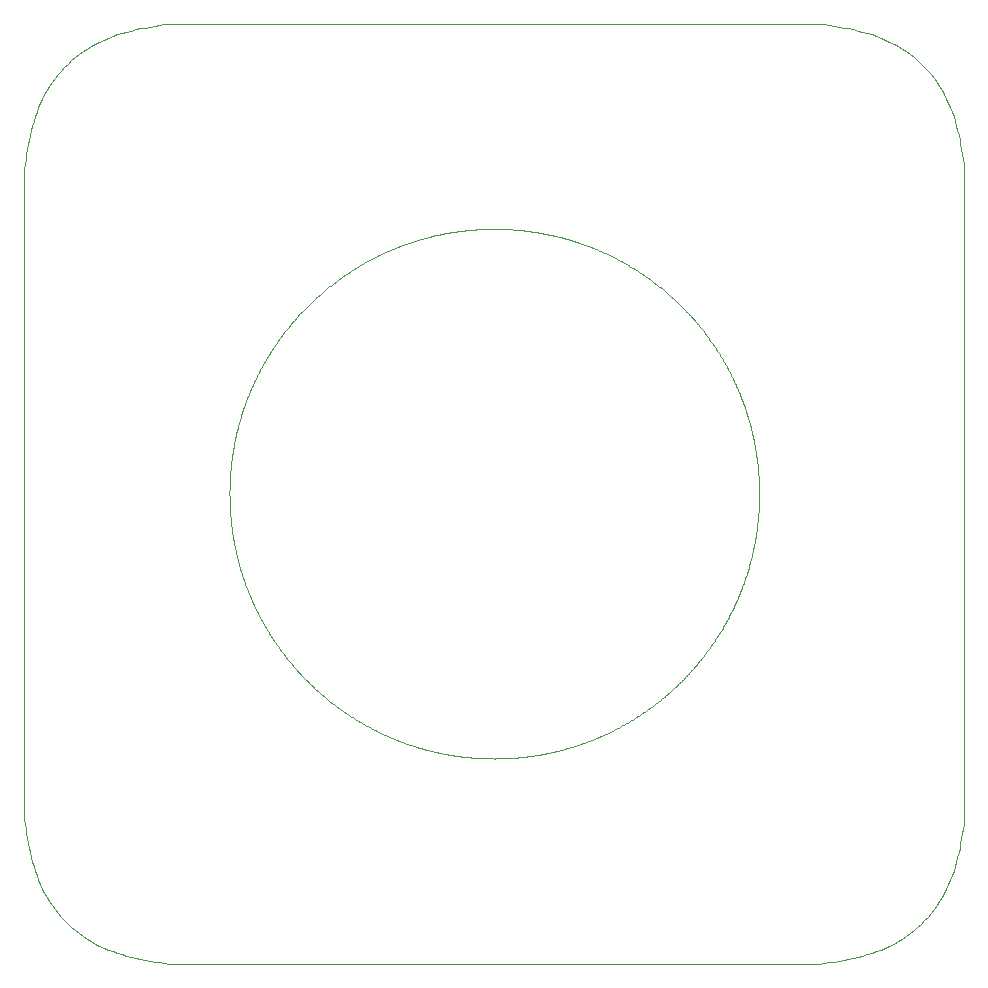
<source format=gm1>
G04 #@! TF.FileFunction,Profile,NP*
%FSLAX45Y45*%
G04 Gerber Fmt 4.5, Leading zero omitted, Abs format (unit mm)*
G04 Created by KiCad (PCBNEW 4.0.7-e2-6376~58~ubuntu16.04.1) date Thu Oct 12 10:32:20 2017*
%MOMM*%
%LPD*%
G01*
G04 APERTURE LIST*
%ADD10C,0.020000*%
%ADD11C,0.100000*%
G04 APERTURE END LIST*
D10*
D11*
X12205826Y-6025665D02*
X12247041Y-6019238D01*
X12164728Y-6032180D02*
X12205826Y-6025665D01*
X12123779Y-6038887D02*
X12164728Y-6032180D01*
X12083014Y-6045888D02*
X12123779Y-6038887D01*
X12042464Y-6053284D02*
X12083014Y-6045888D01*
X12002163Y-6061179D02*
X12042464Y-6053284D01*
X11962144Y-6069674D02*
X12002163Y-6061179D01*
X11922440Y-6078871D02*
X11962144Y-6069674D01*
X11883083Y-6088873D02*
X11922440Y-6078871D01*
X11844107Y-6099782D02*
X11883083Y-6088873D01*
X11805544Y-6111700D02*
X11844107Y-6099782D01*
X11767428Y-6124729D02*
X11805544Y-6111700D01*
X11729792Y-6138972D02*
X11767428Y-6124729D01*
X11692668Y-6154531D02*
X11729792Y-6138972D01*
X11656090Y-6171507D02*
X11692668Y-6154531D01*
X11620090Y-6190003D02*
X11656090Y-6171507D01*
X11584713Y-6210058D02*
X11620090Y-6190003D01*
X11550021Y-6231618D02*
X11584713Y-6210058D01*
X11516076Y-6254619D02*
X11550021Y-6231618D01*
X11482942Y-6278997D02*
X11516076Y-6254619D01*
X11450682Y-6304691D02*
X11482942Y-6278997D01*
X11419358Y-6331637D02*
X11450682Y-6304691D01*
X11389034Y-6359772D02*
X11419358Y-6331637D01*
X11359773Y-6389033D02*
X11389034Y-6359772D01*
X11331638Y-6419357D02*
X11359773Y-6389033D01*
X11304692Y-6450681D02*
X11331638Y-6419357D01*
X11278998Y-6482941D02*
X11304692Y-6450681D01*
X11254619Y-6516075D02*
X11278998Y-6482941D01*
X11231619Y-6550020D02*
X11254619Y-6516075D01*
X11210059Y-6584712D02*
X11231619Y-6550020D01*
X11190004Y-6620089D02*
X11210059Y-6584712D01*
X11171508Y-6656089D02*
X11190004Y-6620089D01*
X11154531Y-6692667D02*
X11171508Y-6656089D01*
X11138973Y-6729791D02*
X11154531Y-6692667D01*
X11124730Y-6767427D02*
X11138973Y-6729791D01*
X11111700Y-6805543D02*
X11124730Y-6767427D01*
X11099782Y-6844106D02*
X11111700Y-6805543D01*
X11088874Y-6883082D02*
X11099782Y-6844106D01*
X11078872Y-6922439D02*
X11088874Y-6883082D01*
X11069674Y-6962143D02*
X11078872Y-6922439D01*
X11061180Y-7002162D02*
X11069674Y-6962143D01*
X11053285Y-7042463D02*
X11061180Y-7002162D01*
X11045889Y-7083013D02*
X11053285Y-7042463D01*
X11038888Y-7123778D02*
X11045889Y-7083013D01*
X11032181Y-7164727D02*
X11038888Y-7123778D01*
X11025665Y-7205825D02*
X11032181Y-7164727D01*
X11019239Y-7247040D02*
X11025665Y-7205825D01*
X11025665Y-12794175D02*
X11019239Y-12752960D01*
X11032181Y-12835273D02*
X11025665Y-12794175D01*
X11038888Y-12876222D02*
X11032181Y-12835273D01*
X11045889Y-12916987D02*
X11038888Y-12876222D01*
X11053285Y-12957537D02*
X11045889Y-12916987D01*
X11061180Y-12997838D02*
X11053285Y-12957537D01*
X11069674Y-13037857D02*
X11061180Y-12997838D01*
X11078872Y-13077561D02*
X11069674Y-13037857D01*
X11088874Y-13116918D02*
X11078872Y-13077561D01*
X11099782Y-13155894D02*
X11088874Y-13116918D01*
X11111700Y-13194456D02*
X11099782Y-13155894D01*
X11124730Y-13232572D02*
X11111700Y-13194456D01*
X11138973Y-13270209D02*
X11124730Y-13232572D01*
X11154531Y-13307333D02*
X11138973Y-13270209D01*
X11171508Y-13343911D02*
X11154531Y-13307333D01*
X11190004Y-13379911D02*
X11171508Y-13343911D01*
X11210059Y-13415287D02*
X11190004Y-13379911D01*
X11231619Y-13449980D02*
X11210059Y-13415287D01*
X11254619Y-13483924D02*
X11231619Y-13449980D01*
X11278998Y-13517058D02*
X11254619Y-13483924D01*
X11304692Y-13549319D02*
X11278998Y-13517058D01*
X11331638Y-13580642D02*
X11304692Y-13549319D01*
X11359773Y-13610966D02*
X11331638Y-13580642D01*
X11389034Y-13640227D02*
X11359773Y-13610966D01*
X11419358Y-13668362D02*
X11389034Y-13640227D01*
X11450682Y-13695308D02*
X11419358Y-13668362D01*
X11482942Y-13721002D02*
X11450682Y-13695308D01*
X11516076Y-13745381D02*
X11482942Y-13721002D01*
X11550021Y-13768382D02*
X11516076Y-13745381D01*
X11584713Y-13789941D02*
X11550021Y-13768382D01*
X11620090Y-13809996D02*
X11584713Y-13789941D01*
X11656090Y-13828492D02*
X11620090Y-13809996D01*
X11692668Y-13845469D02*
X11656090Y-13828492D01*
X11729792Y-13861028D02*
X11692668Y-13845469D01*
X11767428Y-13875270D02*
X11729792Y-13861028D01*
X11805544Y-13888300D02*
X11767428Y-13875270D01*
X11844107Y-13900218D02*
X11805544Y-13888300D01*
X11883083Y-13911127D02*
X11844107Y-13900218D01*
X11922440Y-13921129D02*
X11883083Y-13911127D01*
X11962144Y-13930326D02*
X11922440Y-13921129D01*
X12002163Y-13938821D02*
X11962144Y-13930326D01*
X12042464Y-13946715D02*
X12002163Y-13938821D01*
X12083014Y-13954111D02*
X12042464Y-13946715D01*
X12123779Y-13961112D02*
X12083014Y-13954111D01*
X12164728Y-13967819D02*
X12123779Y-13961112D01*
X12205826Y-13974335D02*
X12164728Y-13967819D01*
X12247041Y-13980761D02*
X12205826Y-13974335D01*
X17794175Y-13974335D02*
X17752960Y-13980761D01*
X17835273Y-13967819D02*
X17794175Y-13974335D01*
X17876221Y-13961112D02*
X17835273Y-13967819D01*
X17916987Y-13954111D02*
X17876221Y-13961112D01*
X17957536Y-13946715D02*
X17916987Y-13954111D01*
X17997837Y-13938821D02*
X17957536Y-13946715D01*
X18037857Y-13930326D02*
X17997837Y-13938821D01*
X18077561Y-13921129D02*
X18037857Y-13930326D01*
X18116918Y-13911127D02*
X18077561Y-13921129D01*
X18155894Y-13900218D02*
X18116918Y-13911127D01*
X18194456Y-13888300D02*
X18155894Y-13900218D01*
X18232572Y-13875270D02*
X18194456Y-13888300D01*
X18270209Y-13861028D02*
X18232572Y-13875270D01*
X18307333Y-13845469D02*
X18270209Y-13861028D01*
X18343911Y-13828492D02*
X18307333Y-13845469D01*
X18379911Y-13809996D02*
X18343911Y-13828492D01*
X18415288Y-13789941D02*
X18379911Y-13809996D01*
X18449980Y-13768382D02*
X18415288Y-13789941D01*
X18483925Y-13745381D02*
X18449980Y-13768382D01*
X18517059Y-13721002D02*
X18483925Y-13745381D01*
X18549319Y-13695308D02*
X18517059Y-13721002D01*
X18580643Y-13668362D02*
X18549319Y-13695308D01*
X18610967Y-13640227D02*
X18580643Y-13668362D01*
X18640227Y-13610966D02*
X18610967Y-13640227D01*
X18668362Y-13580642D02*
X18640227Y-13610966D01*
X18695309Y-13549319D02*
X18668362Y-13580642D01*
X18721002Y-13517058D02*
X18695309Y-13549319D01*
X18745381Y-13483924D02*
X18721002Y-13517058D01*
X18768382Y-13449980D02*
X18745381Y-13483924D01*
X18789941Y-13415287D02*
X18768382Y-13449980D01*
X18809997Y-13379911D02*
X18789941Y-13415287D01*
X18828493Y-13343911D02*
X18809997Y-13379911D01*
X18845469Y-13307333D02*
X18828493Y-13343911D01*
X18861028Y-13270209D02*
X18845469Y-13307333D01*
X18875271Y-13232572D02*
X18861028Y-13270209D01*
X18888300Y-13194456D02*
X18875271Y-13232572D01*
X18900218Y-13155894D02*
X18888300Y-13194456D01*
X18911127Y-13116918D02*
X18900218Y-13155894D01*
X18921129Y-13077561D02*
X18911127Y-13116918D01*
X18930326Y-13037857D02*
X18921129Y-13077561D01*
X18938821Y-12997838D02*
X18930326Y-13037857D01*
X18946716Y-12957537D02*
X18938821Y-12997838D01*
X18954112Y-12916987D02*
X18946716Y-12957537D01*
X18961113Y-12876222D02*
X18954112Y-12916987D01*
X18967820Y-12835273D02*
X18961113Y-12876222D01*
X18974335Y-12794175D02*
X18967820Y-12835273D01*
X18980762Y-12752960D02*
X18974335Y-12794175D01*
X18974335Y-7205825D02*
X18980762Y-7247040D01*
X18967820Y-7164727D02*
X18974335Y-7205825D01*
X18961113Y-7123778D02*
X18967820Y-7164727D01*
X18954112Y-7083013D02*
X18961113Y-7123778D01*
X18946716Y-7042463D02*
X18954112Y-7083013D01*
X18938821Y-7002162D02*
X18946716Y-7042463D01*
X18930326Y-6962143D02*
X18938821Y-7002162D01*
X18921129Y-6922439D02*
X18930326Y-6962143D01*
X18911127Y-6883082D02*
X18921129Y-6922439D01*
X18900218Y-6844106D02*
X18911127Y-6883082D01*
X18888300Y-6805543D02*
X18900218Y-6844106D01*
X18875271Y-6767427D02*
X18888300Y-6805543D01*
X18861028Y-6729791D02*
X18875271Y-6767427D01*
X18845469Y-6692667D02*
X18861028Y-6729791D01*
X18828493Y-6656089D02*
X18845469Y-6692667D01*
X18809997Y-6620089D02*
X18828493Y-6656089D01*
X18789941Y-6584712D02*
X18809997Y-6620089D01*
X18768382Y-6550020D02*
X18789941Y-6584712D01*
X18745381Y-6516075D02*
X18768382Y-6550020D01*
X18721002Y-6482941D02*
X18745381Y-6516075D01*
X18695309Y-6450681D02*
X18721002Y-6482941D01*
X18668362Y-6419357D02*
X18695309Y-6450681D01*
X18640227Y-6389033D02*
X18668362Y-6419357D01*
X18610967Y-6359772D02*
X18640227Y-6389033D01*
X18580643Y-6331637D02*
X18610967Y-6359772D01*
X18549319Y-6304691D02*
X18580643Y-6331637D01*
X18517059Y-6278997D02*
X18549319Y-6304691D01*
X18483925Y-6254619D02*
X18517059Y-6278997D01*
X18449980Y-6231618D02*
X18483925Y-6254619D01*
X18415288Y-6210058D02*
X18449980Y-6231618D01*
X18379911Y-6190003D02*
X18415288Y-6210058D01*
X18343911Y-6171507D02*
X18379911Y-6190003D01*
X18307333Y-6154531D02*
X18343911Y-6171507D01*
X18270209Y-6138972D02*
X18307333Y-6154531D01*
X18232572Y-6124729D02*
X18270209Y-6138972D01*
X18194456Y-6111700D02*
X18232572Y-6124729D01*
X18155894Y-6099782D02*
X18194456Y-6111700D01*
X18116918Y-6088873D02*
X18155894Y-6099782D01*
X18077561Y-6078871D02*
X18116918Y-6088873D01*
X18037857Y-6069674D02*
X18077561Y-6078871D01*
X17997837Y-6061179D02*
X18037857Y-6069674D01*
X17957536Y-6053284D02*
X17997837Y-6061179D01*
X17916987Y-6045888D02*
X17957536Y-6053284D01*
X17876221Y-6038887D02*
X17916987Y-6045888D01*
X17835273Y-6032180D02*
X17876221Y-6038887D01*
X17794175Y-6025665D02*
X17835273Y-6032180D01*
X17752960Y-6019238D02*
X17794175Y-6025665D01*
X17241797Y-9976367D02*
X17241991Y-9987635D01*
X17241595Y-9965112D02*
X17241797Y-9976367D01*
X17241375Y-9953867D02*
X17241595Y-9965112D01*
X17241130Y-9942633D02*
X17241375Y-9953867D01*
X17240851Y-9931409D02*
X17241130Y-9942633D01*
X17240529Y-9920195D02*
X17240851Y-9931409D01*
X17240156Y-9908989D02*
X17240529Y-9920195D01*
X17239723Y-9897793D02*
X17240156Y-9908989D01*
X17239222Y-9886604D02*
X17239723Y-9897793D01*
X17238653Y-9875421D02*
X17239222Y-9886604D01*
X17238018Y-9864239D02*
X17238653Y-9875421D01*
X17237319Y-9853055D02*
X17238018Y-9864239D01*
X17236557Y-9841866D02*
X17237319Y-9853055D01*
X17235735Y-9830667D02*
X17236557Y-9841866D01*
X17234855Y-9819456D02*
X17235735Y-9830667D01*
X17233919Y-9808228D02*
X17234855Y-9819456D01*
X17232928Y-9796981D02*
X17233919Y-9808228D01*
X17231883Y-9785713D02*
X17232928Y-9796981D01*
X17230782Y-9774425D02*
X17231883Y-9785713D01*
X17229624Y-9763116D02*
X17230782Y-9774425D01*
X17228408Y-9751788D02*
X17229624Y-9763116D01*
X17227133Y-9740440D02*
X17228408Y-9751788D01*
X17225799Y-9729072D02*
X17227133Y-9740440D01*
X17224403Y-9717686D02*
X17225799Y-9729072D01*
X17222944Y-9706280D02*
X17224403Y-9717686D01*
X17221423Y-9694856D02*
X17222944Y-9706280D01*
X17219839Y-9683414D02*
X17221423Y-9694856D01*
X17218191Y-9671954D02*
X17219839Y-9683414D01*
X17216479Y-9660476D02*
X17218191Y-9671954D01*
X17214702Y-9648981D02*
X17216479Y-9660476D01*
X17212861Y-9637470D02*
X17214702Y-9648981D01*
X17210955Y-9625941D02*
X17212861Y-9637470D01*
X17208984Y-9614397D02*
X17210955Y-9625941D01*
X17206945Y-9602829D02*
X17208984Y-9614397D01*
X17204835Y-9591224D02*
X17206945Y-9602829D01*
X17202650Y-9579566D02*
X17204835Y-9591224D01*
X17200386Y-9567840D02*
X17202650Y-9579566D01*
X17198039Y-9556031D02*
X17200386Y-9567840D01*
X17195605Y-9544124D02*
X17198039Y-9556031D01*
X17193081Y-9532103D02*
X17195605Y-9544124D01*
X17190461Y-9519953D02*
X17193081Y-9532103D01*
X17187744Y-9507666D02*
X17190461Y-9519953D01*
X17184924Y-9495240D02*
X17187744Y-9507666D01*
X17182001Y-9482677D02*
X17184924Y-9495240D01*
X17178969Y-9469978D02*
X17182001Y-9482677D01*
X17175828Y-9457145D02*
X17178969Y-9469978D01*
X17172572Y-9444179D02*
X17175828Y-9457145D01*
X17169200Y-9431080D02*
X17172572Y-9444179D01*
X17165709Y-9417850D02*
X17169200Y-9431080D01*
X17162095Y-9404491D02*
X17165709Y-9417850D01*
X17158355Y-9391004D02*
X17162095Y-9404491D01*
X17154485Y-9377391D02*
X17158355Y-9391004D01*
X17150483Y-9363653D02*
X17154485Y-9377391D01*
X17146346Y-9349792D02*
X17150483Y-9363653D01*
X17142069Y-9335811D02*
X17146346Y-9349792D01*
X17137650Y-9321710D02*
X17142069Y-9335811D01*
X17133086Y-9307492D02*
X17137650Y-9321710D01*
X17128376Y-9293164D02*
X17133086Y-9307492D01*
X17123532Y-9278763D02*
X17128376Y-9293164D01*
X17118571Y-9264331D02*
X17123532Y-9278763D01*
X17113507Y-9249911D02*
X17118571Y-9264331D01*
X17108358Y-9235545D02*
X17113507Y-9249911D01*
X17103137Y-9221277D02*
X17108358Y-9235545D01*
X17097861Y-9207148D02*
X17103137Y-9221277D01*
X17092546Y-9193201D02*
X17097861Y-9207148D01*
X17087206Y-9179475D02*
X17092546Y-9193201D01*
X17081848Y-9165980D02*
X17087206Y-9179475D01*
X17076477Y-9152714D02*
X17081848Y-9165980D01*
X17071097Y-9139675D02*
X17076477Y-9152714D01*
X17065713Y-9126862D02*
X17071097Y-9139675D01*
X17060328Y-9114274D02*
X17065713Y-9126862D01*
X17054948Y-9101909D02*
X17060328Y-9114274D01*
X17049576Y-9089765D02*
X17054948Y-9101909D01*
X17044217Y-9077841D02*
X17049576Y-9089765D01*
X17038875Y-9066135D02*
X17044217Y-9077841D01*
X17033553Y-9054646D02*
X17038875Y-9066135D01*
X17028254Y-9043371D02*
X17033553Y-9054646D01*
X17022983Y-9032310D02*
X17028254Y-9043371D01*
X17017742Y-9021461D02*
X17022983Y-9032310D01*
X17012536Y-9010821D02*
X17017742Y-9021461D01*
X17007366Y-9000390D02*
X17012536Y-9010821D01*
X17002237Y-8990164D02*
X17007366Y-9000390D01*
X16997140Y-8980125D02*
X17002237Y-8990164D01*
X16992058Y-8970236D02*
X16997140Y-8980125D01*
X16986972Y-8960464D02*
X16992058Y-8970236D01*
X16981864Y-8950773D02*
X16986972Y-8960464D01*
X16976717Y-8941128D02*
X16981864Y-8950773D01*
X16971512Y-8931495D02*
X16976717Y-8941128D01*
X16966232Y-8921838D02*
X16971512Y-8931495D01*
X16960858Y-8912122D02*
X16966232Y-8921838D01*
X16955380Y-8902328D02*
X16960858Y-8912122D01*
X16949795Y-8892456D02*
X16955380Y-8902328D01*
X16944102Y-8882508D02*
X16949795Y-8892456D01*
X16938299Y-8872484D02*
X16944102Y-8882508D01*
X16932383Y-8862387D02*
X16938299Y-8872484D01*
X16926354Y-8852217D02*
X16932383Y-8862387D01*
X16920210Y-8841975D02*
X16926354Y-8852217D01*
X16913949Y-8831664D02*
X16920210Y-8841975D01*
X16907568Y-8821284D02*
X16913949Y-8831664D01*
X16901068Y-8810836D02*
X16907568Y-8821284D01*
X16894444Y-8800323D02*
X16901068Y-8810836D01*
X16887697Y-8789747D02*
X16894444Y-8800323D01*
X16880823Y-8779108D02*
X16887697Y-8789747D01*
X16873822Y-8768409D02*
X16880823Y-8779108D01*
X16866692Y-8757651D02*
X16873822Y-8768409D01*
X16859430Y-8746836D02*
X16866692Y-8757651D01*
X16852043Y-8735975D02*
X16859430Y-8746836D01*
X16844562Y-8725109D02*
X16852043Y-8735975D01*
X16837019Y-8714283D02*
X16844562Y-8725109D01*
X16829448Y-8703543D02*
X16837019Y-8714283D01*
X16821882Y-8692932D02*
X16829448Y-8703543D01*
X16814357Y-8682496D02*
X16821882Y-8692932D01*
X16806904Y-8672281D02*
X16814357Y-8682496D01*
X16799558Y-8662332D02*
X16806904Y-8672281D01*
X16792348Y-8652685D02*
X16799558Y-8662332D01*
X16785284Y-8643347D02*
X16792348Y-8652685D01*
X16778370Y-8634314D02*
X16785284Y-8643347D01*
X16771612Y-8625583D02*
X16778370Y-8634314D01*
X16765014Y-8617150D02*
X16771612Y-8625583D01*
X16758580Y-8609012D02*
X16765014Y-8617150D01*
X16752316Y-8601165D02*
X16758580Y-8609012D01*
X16746227Y-8593606D02*
X16752316Y-8601165D01*
X16740316Y-8586332D02*
X16746227Y-8593606D01*
X16734588Y-8579340D02*
X16740316Y-8586332D01*
X16729046Y-8572627D02*
X16734588Y-8579340D01*
X16723691Y-8566190D02*
X16729046Y-8572627D01*
X16718529Y-8560028D02*
X16723691Y-8566190D01*
X16713560Y-8554137D02*
X16718529Y-8560028D01*
X16708790Y-8548515D02*
X16713560Y-8554137D01*
X16704220Y-8543159D02*
X16708790Y-8548515D01*
X16699850Y-8538064D02*
X16704220Y-8543159D01*
X16695647Y-8533188D02*
X16699850Y-8538064D01*
X16691556Y-8528469D02*
X16695647Y-8533188D01*
X16687521Y-8523844D02*
X16691556Y-8528469D01*
X16683488Y-8519251D02*
X16687521Y-8523844D01*
X16679402Y-8514627D02*
X16683488Y-8519251D01*
X16675207Y-8509909D02*
X16679402Y-8514627D01*
X16670848Y-8505034D02*
X16675207Y-8509909D01*
X16666272Y-8499942D02*
X16670848Y-8505034D01*
X16661452Y-8494605D02*
X16666272Y-8499942D01*
X16656383Y-8489024D02*
X16661452Y-8494605D01*
X16651062Y-8483202D02*
X16656383Y-8489024D01*
X16645486Y-8477143D02*
X16651062Y-8483202D01*
X16639652Y-8470848D02*
X16645486Y-8477143D01*
X16633557Y-8464322D02*
X16639652Y-8470848D01*
X16627197Y-8457566D02*
X16633557Y-8464322D01*
X16620571Y-8450584D02*
X16627197Y-8457566D01*
X16613673Y-8443380D02*
X16620571Y-8450584D01*
X16606500Y-8435957D02*
X16613673Y-8443380D01*
X16599048Y-8428321D02*
X16606500Y-8435957D01*
X16591313Y-8420476D02*
X16599048Y-8428321D01*
X16583290Y-8412426D02*
X16591313Y-8420476D01*
X16574976Y-8404176D02*
X16583290Y-8412426D01*
X16566365Y-8395732D02*
X16574976Y-8404176D01*
X16557455Y-8387096D02*
X16566365Y-8395732D01*
X16548253Y-8378285D02*
X16557455Y-8387096D01*
X16538794Y-8369331D02*
X16548253Y-8378285D01*
X16529113Y-8360271D02*
X16538794Y-8369331D01*
X16519246Y-8351140D02*
X16529113Y-8360271D01*
X16509231Y-8341975D02*
X16519246Y-8351140D01*
X16499102Y-8332810D02*
X16509231Y-8341975D01*
X16488897Y-8323683D02*
X16499102Y-8332810D01*
X16478651Y-8314629D02*
X16488897Y-8323683D01*
X16468392Y-8305675D02*
X16478651Y-8314629D01*
X16458127Y-8296825D02*
X16468392Y-8305675D01*
X16447856Y-8288079D02*
X16458127Y-8296825D01*
X16437581Y-8279436D02*
X16447856Y-8288079D01*
X16427302Y-8270894D02*
X16437581Y-8279436D01*
X16417021Y-8262454D02*
X16427302Y-8270894D01*
X16406738Y-8254114D02*
X16417021Y-8262454D01*
X16396456Y-8245874D02*
X16406738Y-8254114D01*
X16386176Y-8237733D02*
X16396456Y-8245874D01*
X16375897Y-8229690D02*
X16386176Y-8237733D01*
X16365622Y-8221745D02*
X16375897Y-8229690D01*
X16355351Y-8213897D02*
X16365622Y-8221745D01*
X16345085Y-8206144D02*
X16355351Y-8213897D01*
X16334826Y-8198487D02*
X16345085Y-8206144D01*
X16324574Y-8190923D02*
X16334826Y-8198487D01*
X16314330Y-8183454D02*
X16324574Y-8190923D01*
X16304097Y-8176078D02*
X16314330Y-8183454D01*
X16293886Y-8168802D02*
X16304097Y-8176078D01*
X16283714Y-8161636D02*
X16293886Y-8168802D01*
X16273596Y-8154588D02*
X16283714Y-8161636D01*
X16263549Y-8147668D02*
X16273596Y-8154588D01*
X16253587Y-8140884D02*
X16263549Y-8147668D01*
X16243727Y-8134247D02*
X16253587Y-8140884D01*
X16233986Y-8127765D02*
X16243727Y-8134247D01*
X16224377Y-8121446D02*
X16233986Y-8127765D01*
X16214909Y-8115293D02*
X16224377Y-8121446D01*
X16205583Y-8109303D02*
X16214909Y-8115293D01*
X16196402Y-8103473D02*
X16205583Y-8109303D01*
X16187368Y-8097800D02*
X16196402Y-8103473D01*
X16178483Y-8092281D02*
X16187368Y-8097800D01*
X16169749Y-8086913D02*
X16178483Y-8092281D01*
X16161169Y-8081694D02*
X16169749Y-8086913D01*
X16152745Y-8076620D02*
X16161169Y-8081694D01*
X16144478Y-8071690D02*
X16152745Y-8076620D01*
X16136369Y-8066901D02*
X16144478Y-8071690D01*
X16128422Y-8062250D02*
X16136369Y-8066901D01*
X16120637Y-8057735D02*
X16128422Y-8062250D01*
X16113015Y-8053353D02*
X16120637Y-8057735D01*
X16105559Y-8049103D02*
X16113015Y-8053353D01*
X16098269Y-8044982D02*
X16105559Y-8049103D01*
X16091147Y-8040986D02*
X16098269Y-8044982D01*
X16084175Y-8037105D02*
X16091147Y-8040986D01*
X16077307Y-8033314D02*
X16084175Y-8037105D01*
X16070497Y-8029588D02*
X16077307Y-8033314D01*
X16063698Y-8025901D02*
X16070497Y-8029588D01*
X16056864Y-8022229D02*
X16063698Y-8025901D01*
X16049947Y-8018546D02*
X16056864Y-8022229D01*
X16042901Y-8014826D02*
X16049947Y-8018546D01*
X16035679Y-8011045D02*
X16042901Y-8014826D01*
X16028250Y-8007187D02*
X16035679Y-8011045D01*
X16020606Y-8003251D02*
X16028250Y-8007187D01*
X16012748Y-7999241D02*
X16020606Y-8003251D01*
X16004674Y-7995159D02*
X16012748Y-7999241D01*
X15996382Y-7991008D02*
X16004674Y-7995159D01*
X15987871Y-7986790D02*
X15996382Y-7991008D01*
X15979140Y-7982510D02*
X15987871Y-7986790D01*
X15970186Y-7978169D02*
X15979140Y-7982510D01*
X15961008Y-7973769D02*
X15970186Y-7978169D01*
X15951605Y-7969316D02*
X15961008Y-7973769D01*
X15941975Y-7964812D02*
X15951605Y-7969316D01*
X15932117Y-7960262D02*
X15941975Y-7964812D01*
X15922029Y-7955668D02*
X15932117Y-7960262D01*
X15911710Y-7951035D02*
X15922029Y-7955668D01*
X15901157Y-7946366D02*
X15911710Y-7951035D01*
X15890370Y-7941665D02*
X15901157Y-7946366D01*
X15879350Y-7936937D02*
X15890370Y-7941665D01*
X15868119Y-7932193D02*
X15879350Y-7936937D01*
X15856702Y-7927443D02*
X15868119Y-7932193D01*
X15845126Y-7922701D02*
X15856702Y-7927443D01*
X15833417Y-7917979D02*
X15845126Y-7922701D01*
X15821601Y-7913288D02*
X15833417Y-7917979D01*
X15809704Y-7908640D02*
X15821601Y-7913288D01*
X15797752Y-7904049D02*
X15809704Y-7908640D01*
X15785769Y-7899524D02*
X15797752Y-7904049D01*
X15773763Y-7895069D02*
X15785769Y-7899524D01*
X15761733Y-7890684D02*
X15773763Y-7895069D01*
X15749681Y-7886370D02*
X15761733Y-7890684D01*
X15737606Y-7882126D02*
X15749681Y-7886370D01*
X15725509Y-7877952D02*
X15737606Y-7882126D01*
X15713390Y-7873849D02*
X15725509Y-7877952D01*
X15701250Y-7869816D02*
X15713390Y-7873849D01*
X15689088Y-7865853D02*
X15701250Y-7869816D01*
X15676906Y-7861961D02*
X15689088Y-7865853D01*
X15664703Y-7858140D02*
X15676906Y-7861961D01*
X15652479Y-7854389D02*
X15664703Y-7858140D01*
X15640235Y-7850708D02*
X15652479Y-7854389D01*
X15627972Y-7847099D02*
X15640235Y-7850708D01*
X15615689Y-7843560D02*
X15627972Y-7847099D01*
X15603386Y-7840091D02*
X15615689Y-7843560D01*
X15591065Y-7836694D02*
X15603386Y-7840091D01*
X15578714Y-7833365D02*
X15591065Y-7836694D01*
X15566317Y-7830101D02*
X15578714Y-7833365D01*
X15553854Y-7826899D02*
X15566317Y-7830101D01*
X15541307Y-7823754D02*
X15553854Y-7826899D01*
X15528658Y-7820664D02*
X15541307Y-7823754D01*
X15515888Y-7817624D02*
X15528658Y-7820664D01*
X15502979Y-7814631D02*
X15515888Y-7817624D01*
X15489912Y-7811682D02*
X15502979Y-7814631D01*
X15476677Y-7808774D02*
X15489912Y-7811682D01*
X15463270Y-7805913D02*
X15476677Y-7808774D01*
X15449693Y-7803099D02*
X15463270Y-7805913D01*
X15435944Y-7800338D02*
X15449693Y-7803099D01*
X15422022Y-7797632D02*
X15435944Y-7800338D01*
X15407926Y-7794985D02*
X15422022Y-7797632D01*
X15393657Y-7792399D02*
X15407926Y-7794985D01*
X15379213Y-7789879D02*
X15393657Y-7792399D01*
X15364593Y-7787427D02*
X15379213Y-7789879D01*
X15349797Y-7785048D02*
X15364593Y-7787427D01*
X15334825Y-7782745D02*
X15349797Y-7785048D01*
X15319677Y-7780522D02*
X15334825Y-7782745D01*
X15304352Y-7778383D02*
X15319677Y-7780522D01*
X15288849Y-7776332D02*
X15304352Y-7778383D01*
X15273169Y-7774372D02*
X15288849Y-7776332D01*
X15257310Y-7772508D02*
X15273169Y-7774372D01*
X15241291Y-7770743D02*
X15257310Y-7772508D01*
X15225183Y-7769082D02*
X15241291Y-7770743D01*
X15209068Y-7767529D02*
X15225183Y-7769082D01*
X15193028Y-7766090D02*
X15209068Y-7767529D01*
X15177146Y-7764768D02*
X15193028Y-7766090D01*
X15161505Y-7763568D02*
X15177146Y-7764768D01*
X15146186Y-7762495D02*
X15161505Y-7763568D01*
X15131273Y-7761554D02*
X15146186Y-7762495D01*
X15116835Y-7760746D02*
X15131273Y-7761554D01*
X15102892Y-7760065D02*
X15116835Y-7760746D01*
X15089446Y-7759500D02*
X15102892Y-7760065D01*
X15076497Y-7759041D02*
X15089446Y-7759500D01*
X15064049Y-7758677D02*
X15076497Y-7759041D01*
X15052102Y-7758399D02*
X15064049Y-7758677D01*
X15040660Y-7758195D02*
X15052102Y-7758399D01*
X15029723Y-7758055D02*
X15040660Y-7758195D01*
X15019294Y-7757971D02*
X15029723Y-7758055D01*
X15009374Y-7757933D02*
X15019294Y-7757971D01*
X14999964Y-7757935D02*
X15009374Y-7757933D01*
X14991065Y-7757973D02*
X14999964Y-7757935D01*
X14982678Y-7758039D02*
X14991065Y-7757973D01*
X14974805Y-7758126D02*
X14982678Y-7758039D01*
X14967445Y-7758230D02*
X14974805Y-7758126D01*
X14960601Y-7758344D02*
X14967445Y-7758230D01*
X14954267Y-7758461D02*
X14960601Y-7758344D01*
X14948356Y-7758583D02*
X14954267Y-7758461D01*
X14942726Y-7758713D02*
X14948356Y-7758583D01*
X14937235Y-7758856D02*
X14942726Y-7758713D01*
X14931741Y-7759016D02*
X14937235Y-7758856D01*
X14926099Y-7759197D02*
X14931741Y-7759016D01*
X14920168Y-7759404D02*
X14926099Y-7759197D01*
X14913805Y-7759641D02*
X14920168Y-7759404D01*
X14906870Y-7759913D02*
X14913805Y-7759641D01*
X14899292Y-7760226D02*
X14906870Y-7759913D01*
X14891072Y-7760588D02*
X14899292Y-7760226D01*
X14882209Y-7761009D02*
X14891072Y-7760588D01*
X14872706Y-7761497D02*
X14882209Y-7761009D01*
X14862565Y-7762060D02*
X14872706Y-7761497D01*
X14851787Y-7762708D02*
X14862565Y-7762060D01*
X14840373Y-7763448D02*
X14851787Y-7762708D01*
X14828326Y-7764290D02*
X14840373Y-7763448D01*
X14815647Y-7765245D02*
X14828326Y-7764290D01*
X14802340Y-7766328D02*
X14815647Y-7765245D01*
X14788409Y-7767553D02*
X14802340Y-7766328D01*
X14773857Y-7768937D02*
X14788409Y-7767553D01*
X14758688Y-7770495D02*
X14773857Y-7768937D01*
X14742905Y-7772240D02*
X14758688Y-7770495D01*
X14726511Y-7774190D02*
X14742905Y-7772240D01*
X14709510Y-7776358D02*
X14726511Y-7774190D01*
X14691947Y-7778750D02*
X14709510Y-7776358D01*
X14673948Y-7781347D02*
X14691947Y-7778750D01*
X14655655Y-7784126D02*
X14673948Y-7781347D01*
X14637206Y-7787067D02*
X14655655Y-7784126D01*
X14618741Y-7790147D02*
X14637206Y-7787067D01*
X14600401Y-7793346D02*
X14618741Y-7790147D01*
X14582324Y-7796641D02*
X14600401Y-7793346D01*
X14564650Y-7800010D02*
X14582324Y-7796641D01*
X14547490Y-7803435D02*
X14564650Y-7800010D01*
X14530860Y-7806901D02*
X14547490Y-7803435D01*
X14514757Y-7810395D02*
X14530860Y-7806901D01*
X14499179Y-7813906D02*
X14514757Y-7810395D01*
X14484121Y-7817421D02*
X14499179Y-7813906D01*
X14469582Y-7820926D02*
X14484121Y-7817421D01*
X14455558Y-7824410D02*
X14469582Y-7820926D01*
X14442046Y-7827860D02*
X14455558Y-7824410D01*
X14429043Y-7831264D02*
X14442046Y-7827860D01*
X14416547Y-7834613D02*
X14429043Y-7831264D01*
X14404553Y-7837899D02*
X14416547Y-7834613D01*
X14393059Y-7841114D02*
X14404553Y-7837899D01*
X14382062Y-7844250D02*
X14393059Y-7841114D01*
X14371557Y-7847299D02*
X14382062Y-7844250D01*
X14361543Y-7850253D02*
X14371557Y-7847299D01*
X14352015Y-7853103D02*
X14361543Y-7850253D01*
X14342966Y-7855844D02*
X14352015Y-7853103D01*
X14334349Y-7858487D02*
X14342966Y-7855844D01*
X14326100Y-7861051D02*
X14334349Y-7858487D01*
X14318155Y-7863555D02*
X14326100Y-7861051D01*
X14310450Y-7866017D02*
X14318155Y-7863555D01*
X14302919Y-7868457D02*
X14310450Y-7866017D01*
X14295499Y-7870894D02*
X14302919Y-7868457D01*
X14288125Y-7873347D02*
X14295499Y-7870894D01*
X14280736Y-7875835D02*
X14288125Y-7873347D01*
X14273305Y-7878364D02*
X14280736Y-7875835D01*
X14265834Y-7880937D02*
X14273305Y-7878364D01*
X14258321Y-7883553D02*
X14265834Y-7880937D01*
X14250767Y-7886213D02*
X14258321Y-7883553D01*
X14243173Y-7888918D02*
X14250767Y-7886213D01*
X14235540Y-7891668D02*
X14243173Y-7888918D01*
X14227866Y-7894465D02*
X14235540Y-7891668D01*
X14220153Y-7897307D02*
X14227866Y-7894465D01*
X14212401Y-7900197D02*
X14220153Y-7897307D01*
X14204611Y-7903135D02*
X14212401Y-7900197D01*
X14196782Y-7906120D02*
X14204611Y-7903135D01*
X14188915Y-7909155D02*
X14196782Y-7906120D01*
X14181010Y-7912240D02*
X14188915Y-7909155D01*
X14173069Y-7915374D02*
X14181010Y-7912240D01*
X14165090Y-7918560D02*
X14173069Y-7915374D01*
X14157076Y-7921796D02*
X14165090Y-7918560D01*
X14149027Y-7925084D02*
X14157076Y-7921796D01*
X14140950Y-7928421D02*
X14149027Y-7925084D01*
X14132849Y-7931805D02*
X14140950Y-7928421D01*
X14124730Y-7935233D02*
X14132849Y-7931805D01*
X14116599Y-7938705D02*
X14124730Y-7935233D01*
X14108460Y-7942217D02*
X14116599Y-7938705D01*
X14100320Y-7945768D02*
X14108460Y-7942217D01*
X14092184Y-7949356D02*
X14100320Y-7945768D01*
X14084055Y-7952979D02*
X14092184Y-7949356D01*
X14075935Y-7956637D02*
X14084055Y-7952979D01*
X14067823Y-7960331D02*
X14075935Y-7956637D01*
X14059720Y-7964059D02*
X14067823Y-7960331D01*
X14051625Y-7967823D02*
X14059720Y-7964059D01*
X14043539Y-7971622D02*
X14051625Y-7967823D01*
X14035462Y-7975456D02*
X14043539Y-7971622D01*
X14027395Y-7979326D02*
X14035462Y-7975456D01*
X14019336Y-7983231D02*
X14027395Y-7979326D01*
X14011287Y-7987171D02*
X14019336Y-7983231D01*
X14003247Y-7991147D02*
X14011287Y-7987171D01*
X13995217Y-7995159D02*
X14003247Y-7991147D01*
X13987197Y-7999206D02*
X13995217Y-7995159D01*
X13979187Y-8003288D02*
X13987197Y-7999206D01*
X13971187Y-8007407D02*
X13979187Y-8003288D01*
X13963198Y-8011560D02*
X13971187Y-8007407D01*
X13955216Y-8015752D02*
X13963198Y-8011560D01*
X13947226Y-8019989D02*
X13955216Y-8015752D01*
X13939208Y-8024285D02*
X13947226Y-8019989D01*
X13931143Y-8028652D02*
X13939208Y-8024285D01*
X13923009Y-8033100D02*
X13931143Y-8028652D01*
X13914786Y-8037642D02*
X13923009Y-8033100D01*
X13906456Y-8042290D02*
X13914786Y-8037642D01*
X13897997Y-8047056D02*
X13906456Y-8042290D01*
X13889392Y-8051951D02*
X13897997Y-8047056D01*
X13880634Y-8056979D02*
X13889392Y-8051951D01*
X13871727Y-8062145D02*
X13880634Y-8056979D01*
X13862671Y-8067451D02*
X13871727Y-8062145D01*
X13853470Y-8072899D02*
X13862671Y-8067451D01*
X13844123Y-8078491D02*
X13853470Y-8072899D01*
X13834635Y-8084232D02*
X13844123Y-8078491D01*
X13825005Y-8090123D02*
X13834635Y-8084232D01*
X13815236Y-8096167D02*
X13825005Y-8090123D01*
X13805331Y-8102367D02*
X13815236Y-8096167D01*
X13795291Y-8108725D02*
X13805331Y-8102367D01*
X13785119Y-8115246D02*
X13795291Y-8108725D01*
X13774818Y-8121932D02*
X13785119Y-8115246D01*
X13764391Y-8128785D02*
X13774818Y-8121932D01*
X13753838Y-8135809D02*
X13764391Y-8128785D01*
X13743164Y-8143007D02*
X13753838Y-8135809D01*
X13732371Y-8150381D02*
X13743164Y-8143007D01*
X13721477Y-8157922D02*
X13732371Y-8150381D01*
X13710514Y-8165606D02*
X13721477Y-8157922D01*
X13699516Y-8173410D02*
X13710514Y-8165606D01*
X13688517Y-8181310D02*
X13699516Y-8173410D01*
X13677550Y-8189282D02*
X13688517Y-8181310D01*
X13666648Y-8197303D02*
X13677550Y-8189282D01*
X13655846Y-8205349D02*
X13666648Y-8197303D01*
X13645175Y-8213397D02*
X13655846Y-8205349D01*
X13634658Y-8221432D02*
X13645175Y-8213397D01*
X13624294Y-8229449D02*
X13634658Y-8221432D01*
X13614082Y-8237446D02*
X13624294Y-8229449D01*
X13604020Y-8245421D02*
X13614082Y-8237446D01*
X13594107Y-8253372D02*
X13604020Y-8245421D01*
X13584341Y-8261297D02*
X13594107Y-8253372D01*
X13574722Y-8269193D02*
X13584341Y-8261297D01*
X13565249Y-8277058D02*
X13574722Y-8269193D01*
X13555918Y-8284889D02*
X13565249Y-8277058D01*
X13546730Y-8292685D02*
X13555918Y-8284889D01*
X13537682Y-8300444D02*
X13546730Y-8292685D01*
X13528774Y-8308164D02*
X13537682Y-8300444D01*
X13520004Y-8315843D02*
X13528774Y-8308164D01*
X13511370Y-8323479D02*
X13520004Y-8315843D01*
X13502871Y-8331070D02*
X13511370Y-8323479D01*
X13494506Y-8338615D02*
X13502871Y-8331070D01*
X13486267Y-8346118D02*
X13494506Y-8338615D01*
X13478125Y-8353606D02*
X13486267Y-8346118D01*
X13470048Y-8361111D02*
X13478125Y-8353606D01*
X13462002Y-8368666D02*
X13470048Y-8361111D01*
X13453953Y-8376302D02*
X13462002Y-8368666D01*
X13445869Y-8384052D02*
X13453953Y-8376302D01*
X13437716Y-8391948D02*
X13445869Y-8384052D01*
X13429461Y-8400022D02*
X13437716Y-8391948D01*
X13421075Y-8408303D02*
X13429461Y-8400022D01*
X13412554Y-8416800D02*
X13421075Y-8408303D01*
X13403900Y-8425516D02*
X13412554Y-8416800D01*
X13395118Y-8434455D02*
X13403900Y-8425516D01*
X13386211Y-8443621D02*
X13395118Y-8434455D01*
X13377183Y-8453015D02*
X13386211Y-8443621D01*
X13368037Y-8462642D02*
X13377183Y-8453015D01*
X13358777Y-8472505D02*
X13368037Y-8462642D01*
X13349406Y-8482607D02*
X13358777Y-8472505D01*
X13339929Y-8492951D02*
X13349406Y-8482607D01*
X13330351Y-8503541D02*
X13339929Y-8492951D01*
X13320676Y-8514380D02*
X13330351Y-8503541D01*
X13310910Y-8525471D02*
X13320676Y-8514380D01*
X13301056Y-8536818D02*
X13310910Y-8525471D01*
X13291120Y-8548424D02*
X13301056Y-8536818D01*
X13281107Y-8560293D02*
X13291120Y-8548424D01*
X13271023Y-8572425D02*
X13281107Y-8560293D01*
X13260906Y-8584774D02*
X13271023Y-8572425D01*
X13250815Y-8597261D02*
X13260906Y-8584774D01*
X13240810Y-8609805D02*
X13250815Y-8597261D01*
X13230953Y-8622327D02*
X13240810Y-8609805D01*
X13221302Y-8634745D02*
X13230953Y-8622327D01*
X13211918Y-8646981D02*
X13221302Y-8634745D01*
X13202861Y-8658952D02*
X13211918Y-8646981D01*
X13194192Y-8670581D02*
X13202861Y-8658952D01*
X13185936Y-8681821D02*
X13194192Y-8670581D01*
X13178087Y-8692664D02*
X13185936Y-8681821D01*
X13170636Y-8703103D02*
X13178087Y-8692664D01*
X13163574Y-8713130D02*
X13170636Y-8703103D01*
X13156893Y-8722739D02*
X13163574Y-8713130D01*
X13150584Y-8731923D02*
X13156893Y-8722739D01*
X13144637Y-8740675D02*
X13150584Y-8731923D01*
X13139045Y-8748988D02*
X13144637Y-8740675D01*
X13133799Y-8756856D02*
X13139045Y-8748988D01*
X13128895Y-8764275D02*
X13133799Y-8756856D01*
X13124327Y-8771243D02*
X13128895Y-8764275D01*
X13120090Y-8777755D02*
X13124327Y-8771243D01*
X13116180Y-8783809D02*
X13120090Y-8777755D01*
X13112590Y-8789401D02*
X13116180Y-8783809D01*
X13109316Y-8794527D02*
X13112590Y-8789401D01*
X13106354Y-8799185D02*
X13109316Y-8794527D01*
X13103682Y-8803397D02*
X13106354Y-8799185D01*
X13101247Y-8807249D02*
X13103682Y-8803397D01*
X13098989Y-8810835D02*
X13101247Y-8807249D01*
X13096849Y-8814250D02*
X13098989Y-8810835D01*
X13094768Y-8817590D02*
X13096849Y-8814250D01*
X13092685Y-8820948D02*
X13094768Y-8817590D01*
X13090541Y-8824420D02*
X13092685Y-8820948D01*
X13088277Y-8828100D02*
X13090541Y-8824420D01*
X13085844Y-8832066D02*
X13088277Y-8828100D01*
X13083237Y-8836334D02*
X13085844Y-8832066D01*
X13080456Y-8840904D02*
X13083237Y-8836334D01*
X13077505Y-8845780D02*
X13080456Y-8840904D01*
X13074387Y-8850963D02*
X13077505Y-8845780D01*
X13071103Y-8856454D02*
X13074387Y-8850963D01*
X13067656Y-8862255D02*
X13071103Y-8856454D01*
X13064048Y-8868368D02*
X13067656Y-8862255D01*
X13060283Y-8874793D02*
X13064048Y-8868368D01*
X13056365Y-8881535D02*
X13060283Y-8874793D01*
X13052296Y-8888595D02*
X13056365Y-8881535D01*
X13048083Y-8895975D02*
X13052296Y-8888595D01*
X13043729Y-8903678D02*
X13048083Y-8895975D01*
X13039239Y-8911707D02*
X13043729Y-8903678D01*
X13034617Y-8920063D02*
X13039239Y-8911707D01*
X13029868Y-8928750D02*
X13034617Y-8920063D01*
X13024996Y-8937767D02*
X13029868Y-8928750D01*
X13020017Y-8947094D02*
X13024996Y-8937767D01*
X13014949Y-8956698D02*
X13020017Y-8947094D01*
X13009811Y-8966548D02*
X13014949Y-8956698D01*
X13004622Y-8976611D02*
X13009811Y-8966548D01*
X12999402Y-8986855D02*
X13004622Y-8976611D01*
X12994169Y-8997248D02*
X12999402Y-8986855D01*
X12988942Y-9007758D02*
X12994169Y-8997248D01*
X12983739Y-9018355D02*
X12988942Y-9007758D01*
X12978570Y-9029024D02*
X12983739Y-9018355D01*
X12973435Y-9039766D02*
X12978570Y-9029024D01*
X12968336Y-9050580D02*
X12973435Y-9039766D01*
X12963272Y-9061467D02*
X12968336Y-9050580D01*
X12958246Y-9072428D02*
X12963272Y-9061467D01*
X12953259Y-9083461D02*
X12958246Y-9072428D01*
X12948310Y-9094569D02*
X12953259Y-9083461D01*
X12943401Y-9105750D02*
X12948310Y-9094569D01*
X12938534Y-9117005D02*
X12943401Y-9105750D01*
X12933709Y-9128334D02*
X12938534Y-9117005D01*
X12928926Y-9139738D02*
X12933709Y-9128334D01*
X12924188Y-9151216D02*
X12928926Y-9139738D01*
X12919496Y-9162769D02*
X12924188Y-9151216D01*
X12914849Y-9174396D02*
X12919496Y-9162769D01*
X12910250Y-9186099D02*
X12914849Y-9174396D01*
X12905699Y-9197877D02*
X12910250Y-9186099D01*
X12901197Y-9209729D02*
X12905699Y-9197877D01*
X12896746Y-9221654D02*
X12901197Y-9209729D01*
X12892347Y-9233648D02*
X12896746Y-9221654D01*
X12888002Y-9245712D02*
X12892347Y-9233648D01*
X12883712Y-9257841D02*
X12888002Y-9245712D01*
X12879477Y-9270034D02*
X12883712Y-9257841D01*
X12875301Y-9282290D02*
X12879477Y-9270034D01*
X12871183Y-9294605D02*
X12875301Y-9282290D01*
X12867125Y-9306978D02*
X12871183Y-9294605D01*
X12863128Y-9319410D02*
X12867125Y-9306978D01*
X12859193Y-9331900D02*
X12863128Y-9319410D01*
X12855320Y-9344447D02*
X12859193Y-9331900D01*
X12851511Y-9357053D02*
X12855320Y-9344447D01*
X12847765Y-9369716D02*
X12851511Y-9357053D01*
X12844085Y-9382438D02*
X12847765Y-9369716D01*
X12840470Y-9395217D02*
X12844085Y-9382438D01*
X12836921Y-9408055D02*
X12840470Y-9395217D01*
X12833439Y-9420950D02*
X12836921Y-9408055D01*
X12830025Y-9433903D02*
X12833439Y-9420950D01*
X12826681Y-9446914D02*
X12830025Y-9433903D01*
X12823405Y-9459982D02*
X12826681Y-9446914D01*
X12820200Y-9473108D02*
X12823405Y-9459982D01*
X12817067Y-9486292D02*
X12820200Y-9473108D01*
X12814006Y-9499533D02*
X12817067Y-9486292D01*
X12811017Y-9512829D02*
X12814006Y-9499533D01*
X12808104Y-9526170D02*
X12811017Y-9512829D01*
X12805270Y-9539541D02*
X12808104Y-9526170D01*
X12802516Y-9552927D02*
X12805270Y-9539541D01*
X12799846Y-9566314D02*
X12802516Y-9552927D01*
X12797263Y-9579688D02*
X12799846Y-9566314D01*
X12794769Y-9593032D02*
X12797263Y-9579688D01*
X12792366Y-9606334D02*
X12794769Y-9593032D01*
X12790059Y-9619579D02*
X12792366Y-9606334D01*
X12787845Y-9632762D02*
X12790059Y-9619579D01*
X12785725Y-9645882D02*
X12787845Y-9632762D01*
X12783695Y-9658939D02*
X12785725Y-9645882D01*
X12781755Y-9671931D02*
X12783695Y-9658939D01*
X12779903Y-9684859D02*
X12781755Y-9671931D01*
X12778137Y-9697720D02*
X12779903Y-9684859D01*
X12776455Y-9710516D02*
X12778137Y-9697720D01*
X12774857Y-9723243D02*
X12776455Y-9710516D01*
X12773341Y-9735904D02*
X12774857Y-9723243D01*
X12771904Y-9748496D02*
X12773341Y-9735904D01*
X12770546Y-9761019D02*
X12771904Y-9748496D01*
X12769265Y-9773473D02*
X12770546Y-9761019D01*
X12768060Y-9785857D02*
X12769265Y-9773473D01*
X12766928Y-9798170D02*
X12768060Y-9785857D01*
X12765869Y-9810413D02*
X12766928Y-9798170D01*
X12764882Y-9822584D02*
X12765869Y-9810413D01*
X12763964Y-9834669D02*
X12764882Y-9822584D01*
X12763116Y-9846638D02*
X12763964Y-9834669D01*
X12762337Y-9858461D02*
X12763116Y-9846638D01*
X12761628Y-9870107D02*
X12762337Y-9858461D01*
X12760987Y-9881545D02*
X12761628Y-9870107D01*
X12760414Y-9892744D02*
X12760987Y-9881545D01*
X12759909Y-9903674D02*
X12760414Y-9892744D01*
X12759471Y-9914305D02*
X12759909Y-9903674D01*
X12759099Y-9924615D02*
X12759471Y-9914305D01*
X12758788Y-9934603D02*
X12759099Y-9924615D01*
X12758534Y-9944268D02*
X12758788Y-9934603D01*
X12758331Y-9953608D02*
X12758534Y-9944268D01*
X12758176Y-9962623D02*
X12758331Y-9953608D01*
X12758062Y-9971313D02*
X12758176Y-9962623D01*
X12757987Y-9979675D02*
X12758062Y-9971313D01*
X12757944Y-9987709D02*
X12757987Y-9979675D01*
X12757930Y-9995414D02*
X12757944Y-9987709D01*
X12757941Y-10002791D02*
X12757930Y-9995414D01*
X12757974Y-10009837D02*
X12757941Y-10002791D01*
X12758025Y-10016553D02*
X12757974Y-10009837D01*
X12758092Y-10022938D02*
X12758025Y-10016553D01*
X12758170Y-10028992D02*
X12758092Y-10022938D01*
X12758257Y-10034713D02*
X12758170Y-10028992D01*
X12758348Y-10040102D02*
X12758257Y-10034713D01*
X12758443Y-10045170D02*
X12758348Y-10040102D01*
X12758542Y-10049985D02*
X12758443Y-10045170D01*
X12758646Y-10054625D02*
X12758542Y-10049985D01*
X12758759Y-10059168D02*
X12758646Y-10054625D01*
X12758882Y-10063694D02*
X12758759Y-10059168D01*
X12759017Y-10068282D02*
X12758882Y-10063694D01*
X12759167Y-10073010D02*
X12759017Y-10068282D01*
X12759333Y-10077957D02*
X12759167Y-10073010D01*
X12759518Y-10083195D02*
X12759333Y-10077957D01*
X12759725Y-10088740D02*
X12759518Y-10083195D01*
X12759955Y-10094594D02*
X12759725Y-10088740D01*
X12760213Y-10100756D02*
X12759955Y-10094594D01*
X12760500Y-10107224D02*
X12760213Y-10100756D01*
X12760820Y-10114000D02*
X12760500Y-10107224D01*
X12761176Y-10121081D02*
X12760820Y-10114000D01*
X12761571Y-10128467D02*
X12761176Y-10121081D01*
X12762007Y-10136159D02*
X12761571Y-10128467D01*
X12762489Y-10144154D02*
X12762007Y-10136159D01*
X12763020Y-10152453D02*
X12762489Y-10144154D01*
X12763605Y-10161055D02*
X12763020Y-10152453D01*
X12764249Y-10169957D02*
X12763605Y-10161055D01*
X12764955Y-10179161D02*
X12764249Y-10169957D01*
X12765728Y-10188664D02*
X12764955Y-10179161D01*
X12766573Y-10198467D02*
X12765728Y-10188664D01*
X12767493Y-10208566D02*
X12766573Y-10198467D01*
X12768488Y-10218933D02*
X12767493Y-10208566D01*
X12769554Y-10229518D02*
X12768488Y-10218933D01*
X12770685Y-10240272D02*
X12769554Y-10229518D01*
X12771878Y-10251145D02*
X12770685Y-10240272D01*
X12773128Y-10262085D02*
X12771878Y-10251145D01*
X12774431Y-10273042D02*
X12773128Y-10262085D01*
X12775782Y-10283967D02*
X12774431Y-10273042D01*
X12777176Y-10294809D02*
X12775782Y-10283967D01*
X12778611Y-10305542D02*
X12777176Y-10294809D01*
X12780085Y-10316163D02*
X12778611Y-10305542D01*
X12781595Y-10326672D02*
X12780085Y-10316163D01*
X12783141Y-10337071D02*
X12781595Y-10326672D01*
X12784721Y-10347359D02*
X12783141Y-10337071D01*
X12786332Y-10357536D02*
X12784721Y-10347359D01*
X12787974Y-10367603D02*
X12786332Y-10357536D01*
X12789644Y-10377560D02*
X12787974Y-10367603D01*
X12791341Y-10387407D02*
X12789644Y-10377560D01*
X12793063Y-10397145D02*
X12791341Y-10387407D01*
X12794810Y-10406774D02*
X12793063Y-10397145D01*
X12796579Y-10416294D02*
X12794810Y-10406774D01*
X12798369Y-10425705D02*
X12796579Y-10416294D01*
X12800179Y-10435009D02*
X12798369Y-10425705D01*
X12802007Y-10444205D02*
X12800179Y-10435009D01*
X12803852Y-10453293D02*
X12802007Y-10444205D01*
X12805713Y-10462281D02*
X12803852Y-10453293D01*
X12807597Y-10471193D02*
X12805713Y-10462281D01*
X12809510Y-10480055D02*
X12807597Y-10471193D01*
X12811456Y-10488894D02*
X12809510Y-10480055D01*
X12813444Y-10497737D02*
X12811456Y-10488894D01*
X12815477Y-10506612D02*
X12813444Y-10497737D01*
X12817564Y-10515545D02*
X12815477Y-10506612D01*
X12819709Y-10524563D02*
X12817564Y-10515545D01*
X12821918Y-10533688D02*
X12819709Y-10524563D01*
X12824193Y-10542925D02*
X12821918Y-10533688D01*
X12826537Y-10552272D02*
X12824193Y-10542925D01*
X12828951Y-10561729D02*
X12826537Y-10552272D01*
X12831437Y-10571296D02*
X12828951Y-10561729D01*
X12833996Y-10580971D02*
X12831437Y-10571296D01*
X12836630Y-10590754D02*
X12833996Y-10580971D01*
X12839342Y-10600645D02*
X12836630Y-10590754D01*
X12842133Y-10610642D02*
X12839342Y-10600645D01*
X12845005Y-10620744D02*
X12842133Y-10610642D01*
X12847959Y-10630951D02*
X12845005Y-10620744D01*
X12850998Y-10641262D02*
X12847959Y-10630951D01*
X12854124Y-10651675D02*
X12850998Y-10641262D01*
X12857339Y-10662190D02*
X12854124Y-10651675D01*
X12860645Y-10672806D02*
X12857339Y-10662190D01*
X12864043Y-10683522D02*
X12860645Y-10672806D01*
X12867534Y-10694334D02*
X12864043Y-10683522D01*
X12871107Y-10705207D02*
X12867534Y-10694334D01*
X12874742Y-10716090D02*
X12871107Y-10705207D01*
X12878421Y-10726930D02*
X12874742Y-10716090D01*
X12882124Y-10737675D02*
X12878421Y-10726930D01*
X12885832Y-10748273D02*
X12882124Y-10737675D01*
X12889525Y-10758672D02*
X12885832Y-10748273D01*
X12893185Y-10768820D02*
X12889525Y-10758672D01*
X12896793Y-10778665D02*
X12893185Y-10768820D01*
X12900337Y-10788185D02*
X12896793Y-10778665D01*
X12903813Y-10797382D02*
X12900337Y-10788185D01*
X12907216Y-10806256D02*
X12903813Y-10797382D01*
X12910542Y-10814810D02*
X12907216Y-10806256D01*
X12913786Y-10823046D02*
X12910542Y-10814810D01*
X12916943Y-10830965D02*
X12913786Y-10823046D01*
X12920010Y-10838569D02*
X12916943Y-10830965D01*
X12922981Y-10845860D02*
X12920010Y-10838569D01*
X12925852Y-10852840D02*
X12922981Y-10845860D01*
X12928621Y-10859510D02*
X12925852Y-10852840D01*
X12931285Y-10865872D02*
X12928621Y-10859510D01*
X12933841Y-10871926D02*
X12931285Y-10865872D01*
X12936287Y-10877675D02*
X12933841Y-10871926D01*
X12938619Y-10883120D02*
X12936287Y-10877675D01*
X12940835Y-10888262D02*
X12938619Y-10883120D01*
X12942933Y-10893103D02*
X12940835Y-10888262D01*
X12944918Y-10897664D02*
X12942933Y-10893103D01*
X12946816Y-10902000D02*
X12944918Y-10897664D01*
X12948653Y-10906174D02*
X12946816Y-10902000D01*
X12950456Y-10910243D02*
X12948653Y-10906174D01*
X12952251Y-10914269D02*
X12950456Y-10910243D01*
X12954065Y-10918312D02*
X12952251Y-10914269D01*
X12955924Y-10922431D02*
X12954065Y-10918312D01*
X12957855Y-10926687D02*
X12955924Y-10922431D01*
X12959878Y-10931126D02*
X12957855Y-10926687D01*
X12961997Y-10935754D02*
X12959878Y-10931126D01*
X12964215Y-10940569D02*
X12961997Y-10935754D01*
X12966533Y-10945572D02*
X12964215Y-10940569D01*
X12968952Y-10950760D02*
X12966533Y-10945572D01*
X12971474Y-10956133D02*
X12968952Y-10950760D01*
X12974101Y-10961691D02*
X12971474Y-10956133D01*
X12976834Y-10967433D02*
X12974101Y-10961691D01*
X12979674Y-10973357D02*
X12976834Y-10967433D01*
X12982625Y-10979462D02*
X12979674Y-10973357D01*
X12985688Y-10985748D02*
X12982625Y-10979462D01*
X12988865Y-10992213D02*
X12985688Y-10985748D01*
X12992158Y-10998855D02*
X12988865Y-10992213D01*
X12995570Y-11005674D02*
X12992158Y-10998855D01*
X12999102Y-11012668D02*
X12995570Y-11005674D01*
X13002758Y-11019836D02*
X12999102Y-11012668D01*
X13006536Y-11027174D02*
X13002758Y-11019836D01*
X13010426Y-11034657D02*
X13006536Y-11027174D01*
X13014411Y-11042253D02*
X13010426Y-11034657D01*
X13018473Y-11049930D02*
X13014411Y-11042253D01*
X13022598Y-11057654D02*
X13018473Y-11049930D01*
X13026766Y-11065395D02*
X13022598Y-11057654D01*
X13030963Y-11073119D02*
X13026766Y-11065395D01*
X13035172Y-11080794D02*
X13030963Y-11073119D01*
X13039376Y-11088390D02*
X13035172Y-11080794D01*
X13043569Y-11095894D02*
X13039376Y-11088390D01*
X13047750Y-11103309D02*
X13043569Y-11095894D01*
X13051917Y-11110633D02*
X13047750Y-11103309D01*
X13056071Y-11117868D02*
X13051917Y-11110633D01*
X13060210Y-11125013D02*
X13056071Y-11117868D01*
X13064332Y-11132071D02*
X13060210Y-11125013D01*
X13068438Y-11139040D02*
X13064332Y-11132071D01*
X13072525Y-11145922D02*
X13068438Y-11139040D01*
X13076593Y-11152716D02*
X13072525Y-11145922D01*
X13080641Y-11159424D02*
X13076593Y-11152716D01*
X13084669Y-11166046D02*
X13080641Y-11159424D01*
X13088675Y-11172583D02*
X13084669Y-11166046D01*
X13092658Y-11179034D02*
X13088675Y-11172583D01*
X13096618Y-11185401D02*
X13092658Y-11179034D01*
X13100554Y-11191685D02*
X13096618Y-11185401D01*
X13104465Y-11197885D02*
X13100554Y-11191685D01*
X13108366Y-11204025D02*
X13104465Y-11197885D01*
X13112291Y-11210155D02*
X13108366Y-11204025D01*
X13116275Y-11216327D02*
X13112291Y-11210155D01*
X13120353Y-11222595D02*
X13116275Y-11216327D01*
X13124561Y-11229009D02*
X13120353Y-11222595D01*
X13128934Y-11235624D02*
X13124561Y-11229009D01*
X13133507Y-11242490D02*
X13128934Y-11235624D01*
X13138316Y-11249660D02*
X13133507Y-11242490D01*
X13143386Y-11257168D02*
X13138316Y-11249660D01*
X13148724Y-11265014D02*
X13143386Y-11257168D01*
X13154337Y-11273195D02*
X13148724Y-11265014D01*
X13160229Y-11281705D02*
X13154337Y-11273195D01*
X13166405Y-11290542D02*
X13160229Y-11281705D01*
X13172872Y-11299701D02*
X13166405Y-11290542D01*
X13179635Y-11309179D02*
X13172872Y-11299701D01*
X13186699Y-11318971D02*
X13179635Y-11309179D01*
X13194070Y-11329073D02*
X13186699Y-11318971D01*
X13201755Y-11339479D02*
X13194070Y-11329073D01*
X13209761Y-11350182D02*
X13201755Y-11339479D01*
X13218095Y-11361175D02*
X13209761Y-11350182D01*
X13226766Y-11372453D02*
X13218095Y-11361175D01*
X13235779Y-11384009D02*
X13226766Y-11372453D01*
X13245142Y-11395836D02*
X13235779Y-11384009D01*
X13254862Y-11407928D02*
X13245142Y-11395836D01*
X13264938Y-11420270D02*
X13254862Y-11407928D01*
X13275331Y-11432812D02*
X13264938Y-11420270D01*
X13285992Y-11445492D02*
X13275331Y-11432812D01*
X13296870Y-11458252D02*
X13285992Y-11445492D01*
X13307917Y-11471030D02*
X13296870Y-11458252D01*
X13319082Y-11483767D02*
X13307917Y-11471030D01*
X13330316Y-11496401D02*
X13319082Y-11483767D01*
X13341571Y-11508872D02*
X13330316Y-11496401D01*
X13352800Y-11521126D02*
X13341571Y-11508872D01*
X13363987Y-11533149D02*
X13352800Y-11521126D01*
X13375128Y-11544943D02*
X13363987Y-11533149D01*
X13386219Y-11556512D02*
X13375128Y-11544943D01*
X13397256Y-11567858D02*
X13386219Y-11556512D01*
X13408235Y-11578984D02*
X13397256Y-11567858D01*
X13419152Y-11589894D02*
X13408235Y-11578984D01*
X13430002Y-11600589D02*
X13419152Y-11589894D01*
X13440782Y-11611073D02*
X13430002Y-11600589D01*
X13451488Y-11621349D02*
X13440782Y-11611073D01*
X13462117Y-11631420D02*
X13451488Y-11621349D01*
X13472666Y-11641288D02*
X13462117Y-11631420D01*
X13483131Y-11650956D02*
X13472666Y-11641288D01*
X13493510Y-11660428D02*
X13483131Y-11650956D01*
X13503799Y-11669707D02*
X13493510Y-11660428D01*
X13513995Y-11678794D02*
X13503799Y-11669707D01*
X13524096Y-11687695D02*
X13513995Y-11678794D01*
X13534106Y-11696416D02*
X13524096Y-11687695D01*
X13544040Y-11704970D02*
X13534106Y-11696416D01*
X13553912Y-11713372D02*
X13544040Y-11704970D01*
X13563734Y-11721635D02*
X13553912Y-11713372D01*
X13573521Y-11729771D02*
X13563734Y-11721635D01*
X13583287Y-11737793D02*
X13573521Y-11729771D01*
X13593045Y-11745716D02*
X13583287Y-11737793D01*
X13602809Y-11753552D02*
X13593045Y-11745716D01*
X13612587Y-11761309D02*
X13602809Y-11753552D01*
X13622377Y-11768987D02*
X13612587Y-11761309D01*
X13632181Y-11776588D02*
X13622377Y-11768987D01*
X13641997Y-11784112D02*
X13632181Y-11776588D01*
X13651824Y-11791558D02*
X13641997Y-11784112D01*
X13661661Y-11798928D02*
X13651824Y-11791558D01*
X13671509Y-11806221D02*
X13661661Y-11798928D01*
X13681366Y-11813439D02*
X13671509Y-11806221D01*
X13691232Y-11820581D02*
X13681366Y-11813439D01*
X13701105Y-11827648D02*
X13691232Y-11820581D01*
X13710986Y-11834640D02*
X13701105Y-11827648D01*
X13720874Y-11841558D02*
X13710986Y-11834640D01*
X13730767Y-11848403D02*
X13720874Y-11841558D01*
X13740666Y-11855173D02*
X13730767Y-11848403D01*
X13750571Y-11861871D02*
X13740666Y-11855173D01*
X13760479Y-11868496D02*
X13750571Y-11861871D01*
X13770391Y-11875048D02*
X13760479Y-11868496D01*
X13780302Y-11881527D02*
X13770391Y-11875048D01*
X13790212Y-11887930D02*
X13780302Y-11881527D01*
X13800115Y-11894257D02*
X13790212Y-11887930D01*
X13810010Y-11900507D02*
X13800115Y-11894257D01*
X13819893Y-11906677D02*
X13810010Y-11900507D01*
X13829762Y-11912766D02*
X13819893Y-11906677D01*
X13839613Y-11918774D02*
X13829762Y-11912766D01*
X13849443Y-11924699D02*
X13839613Y-11918774D01*
X13859252Y-11930541D02*
X13849443Y-11924699D01*
X13869038Y-11936302D02*
X13859252Y-11930541D01*
X13878801Y-11941982D02*
X13869038Y-11936302D01*
X13888540Y-11947582D02*
X13878801Y-11941982D01*
X13898254Y-11953102D02*
X13888540Y-11947582D01*
X13907943Y-11958544D02*
X13898254Y-11953102D01*
X13917605Y-11963908D02*
X13907943Y-11958544D01*
X13927241Y-11969196D02*
X13917605Y-11963908D01*
X13936848Y-11974407D02*
X13927241Y-11969196D01*
X13946428Y-11979543D02*
X13936848Y-11974407D01*
X13955978Y-11984604D02*
X13946428Y-11979543D01*
X13965498Y-11989591D02*
X13955978Y-11984604D01*
X13974989Y-11994506D02*
X13965498Y-11989591D01*
X13984448Y-11999349D02*
X13974989Y-11994506D01*
X13993876Y-12004120D02*
X13984448Y-11999349D01*
X14003272Y-12008821D02*
X13993876Y-12004120D01*
X14012645Y-12013456D02*
X14003272Y-12008821D01*
X14022011Y-12018033D02*
X14012645Y-12013456D01*
X14031383Y-12022558D02*
X14022011Y-12018033D01*
X14040777Y-12027037D02*
X14031383Y-12022558D01*
X14050207Y-12031480D02*
X14040777Y-12027037D01*
X14059688Y-12035891D02*
X14050207Y-12031480D01*
X14069234Y-12040278D02*
X14059688Y-12035891D01*
X14078861Y-12044647D02*
X14069234Y-12040278D01*
X14088574Y-12049002D02*
X14078861Y-12044647D01*
X14098376Y-12053342D02*
X14088574Y-12049002D01*
X14108266Y-12057664D02*
X14098376Y-12053342D01*
X14118244Y-12061969D02*
X14108266Y-12057664D01*
X14128312Y-12066254D02*
X14118244Y-12061969D01*
X14138470Y-12070519D02*
X14128312Y-12066254D01*
X14148717Y-12074762D02*
X14138470Y-12070519D01*
X14159055Y-12078983D02*
X14148717Y-12074762D01*
X14169483Y-12083179D02*
X14159055Y-12078983D01*
X14180003Y-12087350D02*
X14169483Y-12083179D01*
X14190614Y-12091495D02*
X14180003Y-12087350D01*
X14201317Y-12095611D02*
X14190614Y-12091495D01*
X14212112Y-12099698D02*
X14201317Y-12095611D01*
X14222999Y-12103754D02*
X14212112Y-12099698D01*
X14233979Y-12107778D02*
X14222999Y-12103754D01*
X14245052Y-12111769D02*
X14233979Y-12107778D01*
X14256217Y-12115725D02*
X14245052Y-12111769D01*
X14267467Y-12119642D02*
X14256217Y-12115725D01*
X14278797Y-12123520D02*
X14267467Y-12119642D01*
X14290199Y-12127354D02*
X14278797Y-12123520D01*
X14301669Y-12131142D02*
X14290199Y-12127354D01*
X14313200Y-12134882D02*
X14301669Y-12131142D01*
X14324784Y-12138570D02*
X14313200Y-12134882D01*
X14336418Y-12142204D02*
X14324784Y-12138570D01*
X14348094Y-12145782D02*
X14336418Y-12142204D01*
X14359813Y-12149303D02*
X14348094Y-12145782D01*
X14371574Y-12152767D02*
X14359813Y-12149303D01*
X14383378Y-12156173D02*
X14371574Y-12152767D01*
X14395224Y-12159520D02*
X14383378Y-12156173D01*
X14407112Y-12162808D02*
X14395224Y-12159520D01*
X14419042Y-12166037D02*
X14407112Y-12162808D01*
X14431014Y-12169206D02*
X14419042Y-12166037D01*
X14443029Y-12172315D02*
X14431014Y-12169206D01*
X14455085Y-12175362D02*
X14443029Y-12172315D01*
X14467182Y-12178348D02*
X14455085Y-12175362D01*
X14479321Y-12181273D02*
X14467182Y-12178348D01*
X14491502Y-12184135D02*
X14479321Y-12181273D01*
X14503724Y-12186933D02*
X14491502Y-12184135D01*
X14515988Y-12189669D02*
X14503724Y-12186933D01*
X14528292Y-12192340D02*
X14515988Y-12189669D01*
X14540637Y-12194947D02*
X14528292Y-12192340D01*
X14553014Y-12197488D02*
X14540637Y-12194947D01*
X14565414Y-12199960D02*
X14553014Y-12197488D01*
X14577826Y-12202363D02*
X14565414Y-12199960D01*
X14590239Y-12204695D02*
X14577826Y-12202363D01*
X14602643Y-12206953D02*
X14590239Y-12204695D01*
X14615028Y-12209136D02*
X14602643Y-12206953D01*
X14627383Y-12211241D02*
X14615028Y-12209136D01*
X14639699Y-12213268D02*
X14627383Y-12211241D01*
X14651971Y-12215217D02*
X14639699Y-12213268D01*
X14664198Y-12217087D02*
X14651971Y-12215217D01*
X14676380Y-12218881D02*
X14664198Y-12217087D01*
X14688516Y-12220599D02*
X14676380Y-12218881D01*
X14700606Y-12222243D02*
X14688516Y-12220599D01*
X14712650Y-12223813D02*
X14700606Y-12222243D01*
X14724646Y-12225311D02*
X14712650Y-12223813D01*
X14736595Y-12226738D02*
X14724646Y-12225311D01*
X14748495Y-12228094D02*
X14736595Y-12226738D01*
X14760347Y-12229382D02*
X14748495Y-12228094D01*
X14772150Y-12230601D02*
X14760347Y-12229382D01*
X14783904Y-12231754D02*
X14772150Y-12230601D01*
X14795608Y-12232840D02*
X14783904Y-12231754D01*
X14807262Y-12233862D02*
X14795608Y-12232840D01*
X14818865Y-12234820D02*
X14807262Y-12233862D01*
X14830418Y-12235715D02*
X14818865Y-12234820D01*
X14841933Y-12236548D02*
X14830418Y-12235715D01*
X14853442Y-12237320D02*
X14841933Y-12236548D01*
X14864976Y-12238033D02*
X14853442Y-12237320D01*
X14876568Y-12238687D02*
X14864976Y-12238033D01*
X14888251Y-12239284D02*
X14876568Y-12238687D01*
X14900057Y-12239824D02*
X14888251Y-12239284D01*
X14912019Y-12240308D02*
X14900057Y-12239824D01*
X14924169Y-12240738D02*
X14912019Y-12240308D01*
X14936529Y-12241113D02*
X14924169Y-12240738D01*
X14949100Y-12241429D02*
X14936529Y-12241113D01*
X14961881Y-12241682D02*
X14949100Y-12241429D01*
X14974869Y-12241869D02*
X14961881Y-12241682D01*
X14988064Y-12241985D02*
X14974869Y-12241869D01*
X15001463Y-12242026D02*
X14988064Y-12241985D01*
X15015064Y-12241988D02*
X15001463Y-12242026D01*
X15028867Y-12241868D02*
X15015064Y-12241988D01*
X15042869Y-12241661D02*
X15028867Y-12241868D01*
X15057067Y-12241362D02*
X15042869Y-12241661D01*
X15071460Y-12240968D02*
X15057067Y-12241362D01*
X15086046Y-12240473D02*
X15071460Y-12240968D01*
X15100821Y-12239873D02*
X15086046Y-12240473D01*
X15115784Y-12239163D02*
X15100821Y-12239873D01*
X15130933Y-12238340D02*
X15115784Y-12239163D01*
X15146265Y-12237398D02*
X15130933Y-12238340D01*
X15161773Y-12236334D02*
X15146265Y-12237398D01*
X15177420Y-12235151D02*
X15161773Y-12236334D01*
X15193162Y-12233852D02*
X15177420Y-12235151D01*
X15208954Y-12232441D02*
X15193162Y-12233852D01*
X15224752Y-12230923D02*
X15208954Y-12232441D01*
X15240512Y-12229302D02*
X15224752Y-12230923D01*
X15256189Y-12227581D02*
X15240512Y-12229302D01*
X15271739Y-12225766D02*
X15256189Y-12227581D01*
X15287121Y-12223859D02*
X15271739Y-12225766D01*
X15302321Y-12221864D02*
X15287121Y-12223859D01*
X15317341Y-12219786D02*
X15302321Y-12221864D01*
X15332181Y-12217629D02*
X15317341Y-12219786D01*
X15346841Y-12215395D02*
X15332181Y-12217629D01*
X15361321Y-12213089D02*
X15346841Y-12215395D01*
X15375623Y-12210715D02*
X15361321Y-12213089D01*
X15389746Y-12208275D02*
X15375623Y-12210715D01*
X15403692Y-12205775D02*
X15389746Y-12208275D01*
X15417459Y-12203218D02*
X15403692Y-12205775D01*
X15431051Y-12200606D02*
X15417459Y-12203218D01*
X15444466Y-12197943D02*
X15431051Y-12200606D01*
X15457706Y-12195232D02*
X15444466Y-12197943D01*
X15470772Y-12192477D02*
X15457706Y-12195232D01*
X15483664Y-12189680D02*
X15470772Y-12192477D01*
X15496384Y-12186846D02*
X15483664Y-12189680D01*
X15508931Y-12183976D02*
X15496384Y-12186846D01*
X15521303Y-12181076D02*
X15508931Y-12183976D01*
X15533492Y-12178148D02*
X15521303Y-12181076D01*
X15545491Y-12175197D02*
X15533492Y-12178148D01*
X15557293Y-12172228D02*
X15545491Y-12175197D01*
X15568889Y-12169243D02*
X15557293Y-12172228D01*
X15580273Y-12166248D02*
X15568889Y-12169243D01*
X15591438Y-12163246D02*
X15580273Y-12166248D01*
X15602375Y-12160242D02*
X15591438Y-12163246D01*
X15613082Y-12157239D02*
X15602375Y-12160242D01*
X15623557Y-12154241D02*
X15613082Y-12157239D01*
X15633804Y-12151251D02*
X15623557Y-12154241D01*
X15643822Y-12148273D02*
X15633804Y-12151251D01*
X15653612Y-12145311D02*
X15643822Y-12148273D01*
X15663177Y-12142368D02*
X15653612Y-12145311D01*
X15672516Y-12139447D02*
X15663177Y-12142368D01*
X15681632Y-12136553D02*
X15672516Y-12139447D01*
X15690524Y-12133688D02*
X15681632Y-12136553D01*
X15699195Y-12130855D02*
X15690524Y-12133688D01*
X15707645Y-12128057D02*
X15699195Y-12130855D01*
X15715875Y-12125297D02*
X15707645Y-12128057D01*
X15723886Y-12122577D02*
X15715875Y-12125297D01*
X15731680Y-12119900D02*
X15723886Y-12122577D01*
X15739258Y-12117269D02*
X15731680Y-12119900D01*
X15746620Y-12114685D02*
X15739258Y-12117269D01*
X15753770Y-12112152D02*
X15746620Y-12114685D01*
X15760714Y-12109668D02*
X15753770Y-12112152D01*
X15767461Y-12107231D02*
X15760714Y-12109668D01*
X15774018Y-12104839D02*
X15767461Y-12107231D01*
X15780394Y-12102491D02*
X15774018Y-12104839D01*
X15786596Y-12100185D02*
X15780394Y-12102491D01*
X15792634Y-12097918D02*
X15786596Y-12100185D01*
X15798515Y-12095690D02*
X15792634Y-12097918D01*
X15804246Y-12093499D02*
X15798515Y-12095690D01*
X15809829Y-12091346D02*
X15804246Y-12093499D01*
X15815265Y-12089231D02*
X15809829Y-12091346D01*
X15820555Y-12087156D02*
X15815265Y-12089231D01*
X15825698Y-12085123D02*
X15820555Y-12087156D01*
X15830696Y-12083132D02*
X15825698Y-12085123D01*
X15835549Y-12081184D02*
X15830696Y-12083132D01*
X15840257Y-12079282D02*
X15835549Y-12081184D01*
X15844821Y-12077427D02*
X15840257Y-12079282D01*
X15849242Y-12075618D02*
X15844821Y-12077427D01*
X15853519Y-12073858D02*
X15849242Y-12075618D01*
X15857654Y-12072147D02*
X15853519Y-12073858D01*
X15861647Y-12070485D02*
X15857654Y-12072147D01*
X15865498Y-12068875D02*
X15861647Y-12070485D01*
X15869207Y-12067316D02*
X15865498Y-12068875D01*
X15872776Y-12065810D02*
X15869207Y-12067316D01*
X15876206Y-12064357D02*
X15872776Y-12065810D01*
X15879536Y-12062940D02*
X15876206Y-12064357D01*
X15882824Y-12061534D02*
X15879536Y-12062940D01*
X15886133Y-12060111D02*
X15882824Y-12061534D01*
X15889523Y-12058645D02*
X15886133Y-12060111D01*
X15893055Y-12057110D02*
X15889523Y-12058645D01*
X15896792Y-12055477D02*
X15893055Y-12057110D01*
X15900793Y-12053721D02*
X15896792Y-12055477D01*
X15905118Y-12051816D02*
X15900793Y-12053721D01*
X15909799Y-12049746D02*
X15905118Y-12051816D01*
X15914835Y-12047507D02*
X15909799Y-12049746D01*
X15920224Y-12045096D02*
X15914835Y-12047507D01*
X15925965Y-12042510D02*
X15920224Y-12045096D01*
X15932055Y-12039746D02*
X15925965Y-12042510D01*
X15938495Y-12036801D02*
X15932055Y-12039746D01*
X15945280Y-12033670D02*
X15938495Y-12036801D01*
X15952411Y-12030352D02*
X15945280Y-12033670D01*
X15959885Y-12026841D02*
X15952411Y-12030352D01*
X15967698Y-12023133D02*
X15959885Y-12026841D01*
X15975849Y-12019223D02*
X15967698Y-12023133D01*
X15984333Y-12015105D02*
X15975849Y-12019223D01*
X15993148Y-12010773D02*
X15984333Y-12015105D01*
X16002291Y-12006223D02*
X15993148Y-12010773D01*
X16011758Y-12001449D02*
X16002291Y-12006223D01*
X16021547Y-11996446D02*
X16011758Y-12001449D01*
X16031643Y-11991216D02*
X16021547Y-11996446D01*
X16042002Y-11985780D02*
X16031643Y-11991216D01*
X16052579Y-11980160D02*
X16042002Y-11985780D01*
X16063327Y-11974378D02*
X16052579Y-11980160D01*
X16074200Y-11968458D02*
X16063327Y-11974378D01*
X16085151Y-11962422D02*
X16074200Y-11968458D01*
X16096136Y-11956293D02*
X16085151Y-11962422D01*
X16107106Y-11950093D02*
X16096136Y-11956293D01*
X16118025Y-11943841D02*
X16107106Y-11950093D01*
X16128887Y-11937539D02*
X16118025Y-11943841D01*
X16139690Y-11931190D02*
X16128887Y-11937539D01*
X16150436Y-11924794D02*
X16139690Y-11931190D01*
X16161124Y-11918350D02*
X16150436Y-11924794D01*
X16171754Y-11911861D02*
X16161124Y-11918350D01*
X16182327Y-11905325D02*
X16171754Y-11911861D01*
X16192842Y-11898745D02*
X16182327Y-11905325D01*
X16203299Y-11892120D02*
X16192842Y-11898745D01*
X16213698Y-11885451D02*
X16203299Y-11892120D01*
X16224039Y-11878738D02*
X16213698Y-11885451D01*
X16234323Y-11871983D02*
X16224039Y-11878738D01*
X16244550Y-11865185D02*
X16234323Y-11871983D01*
X16254719Y-11858345D02*
X16244550Y-11865185D01*
X16264830Y-11851464D02*
X16254719Y-11858345D01*
X16274884Y-11844543D02*
X16264830Y-11851464D01*
X16284878Y-11837582D02*
X16274884Y-11844543D01*
X16294798Y-11830596D02*
X16284878Y-11837582D01*
X16304621Y-11823603D02*
X16294798Y-11830596D01*
X16314323Y-11816620D02*
X16304621Y-11823603D01*
X16323881Y-11809667D02*
X16314323Y-11816620D01*
X16333274Y-11802763D02*
X16323881Y-11809667D01*
X16342477Y-11795925D02*
X16333274Y-11802763D01*
X16351469Y-11789173D02*
X16342477Y-11795925D01*
X16360227Y-11782524D02*
X16351469Y-11789173D01*
X16368744Y-11775987D02*
X16360227Y-11782524D01*
X16377021Y-11769567D02*
X16368744Y-11775987D01*
X16385061Y-11763267D02*
X16377021Y-11769567D01*
X16392866Y-11757090D02*
X16385061Y-11763267D01*
X16400440Y-11751039D02*
X16392866Y-11757090D01*
X16407784Y-11745119D02*
X16400440Y-11751039D01*
X16414901Y-11739331D02*
X16407784Y-11745119D01*
X16421793Y-11733680D02*
X16414901Y-11739331D01*
X16428462Y-11728169D02*
X16421793Y-11733680D01*
X16434911Y-11722799D02*
X16428462Y-11728169D01*
X16441141Y-11717574D02*
X16434911Y-11722799D01*
X16447155Y-11712495D02*
X16441141Y-11717574D01*
X16452954Y-11707564D02*
X16447155Y-11712495D01*
X16458541Y-11702785D02*
X16452954Y-11707564D01*
X16463917Y-11698159D02*
X16458541Y-11702785D01*
X16469084Y-11693689D02*
X16463917Y-11698159D01*
X16474057Y-11689365D02*
X16469084Y-11693689D01*
X16478865Y-11685160D02*
X16474057Y-11689365D01*
X16483543Y-11681046D02*
X16478865Y-11685160D01*
X16488122Y-11676995D02*
X16483543Y-11681046D01*
X16492636Y-11672978D02*
X16488122Y-11676995D01*
X16497116Y-11668967D02*
X16492636Y-11672978D01*
X16501597Y-11664932D02*
X16497116Y-11668967D01*
X16506110Y-11660846D02*
X16501597Y-11664932D01*
X16510679Y-11656688D02*
X16506110Y-11660846D01*
X16515306Y-11652455D02*
X16510679Y-11656688D01*
X16519992Y-11648145D02*
X16515306Y-11652455D01*
X16524734Y-11643759D02*
X16519992Y-11648145D01*
X16529534Y-11639295D02*
X16524734Y-11643759D01*
X16534389Y-11634753D02*
X16529534Y-11639295D01*
X16539299Y-11630133D02*
X16534389Y-11634753D01*
X16544264Y-11625433D02*
X16539299Y-11630133D01*
X16549283Y-11620653D02*
X16544264Y-11625433D01*
X16554354Y-11615792D02*
X16549283Y-11620653D01*
X16559478Y-11610849D02*
X16554354Y-11615792D01*
X16564654Y-11605825D02*
X16559478Y-11610849D01*
X16569880Y-11600717D02*
X16564654Y-11605825D01*
X16575156Y-11595526D02*
X16569880Y-11600717D01*
X16580481Y-11590250D02*
X16575156Y-11595526D01*
X16585854Y-11584889D02*
X16580481Y-11590250D01*
X16591273Y-11579445D02*
X16585854Y-11584889D01*
X16596726Y-11573928D02*
X16591273Y-11579445D01*
X16602196Y-11568356D02*
X16596726Y-11573928D01*
X16607669Y-11562745D02*
X16602196Y-11568356D01*
X16613129Y-11557109D02*
X16607669Y-11562745D01*
X16618560Y-11551466D02*
X16613129Y-11557109D01*
X16623947Y-11545831D02*
X16618560Y-11551466D01*
X16629274Y-11540220D02*
X16623947Y-11545831D01*
X16634527Y-11534648D02*
X16629274Y-11540220D01*
X16639701Y-11529121D02*
X16634527Y-11534648D01*
X16644798Y-11523639D02*
X16639701Y-11529121D01*
X16649817Y-11518203D02*
X16644798Y-11523639D01*
X16654760Y-11512813D02*
X16649817Y-11518203D01*
X16659626Y-11507472D02*
X16654760Y-11512813D01*
X16664418Y-11502179D02*
X16659626Y-11507472D01*
X16669135Y-11496934D02*
X16664418Y-11502179D01*
X16673778Y-11491740D02*
X16669135Y-11496934D01*
X16678348Y-11486596D02*
X16673778Y-11491740D01*
X16682845Y-11481503D02*
X16678348Y-11486596D01*
X16687270Y-11476461D02*
X16682845Y-11481503D01*
X16691624Y-11471472D02*
X16687270Y-11476461D01*
X16695908Y-11466536D02*
X16691624Y-11471472D01*
X16700121Y-11461653D02*
X16695908Y-11466536D01*
X16704264Y-11456824D02*
X16700121Y-11461653D01*
X16708340Y-11452048D02*
X16704264Y-11456824D01*
X16712362Y-11447310D02*
X16708340Y-11452048D01*
X16716360Y-11442571D02*
X16712362Y-11447310D01*
X16720366Y-11437793D02*
X16716360Y-11442571D01*
X16724410Y-11432939D02*
X16720366Y-11437793D01*
X16728524Y-11427971D02*
X16724410Y-11432939D01*
X16732737Y-11422850D02*
X16728524Y-11427971D01*
X16737082Y-11417539D02*
X16732737Y-11422850D01*
X16741589Y-11412000D02*
X16737082Y-11417539D01*
X16746275Y-11406208D02*
X16741589Y-11412000D01*
X16751141Y-11400158D02*
X16746275Y-11406208D01*
X16756183Y-11393848D02*
X16751141Y-11400158D01*
X16761398Y-11387275D02*
X16756183Y-11393848D01*
X16766783Y-11380437D02*
X16761398Y-11387275D01*
X16772335Y-11373332D02*
X16766783Y-11380437D01*
X16778051Y-11365956D02*
X16772335Y-11373332D01*
X16783927Y-11358309D02*
X16778051Y-11365956D01*
X16789960Y-11350385D02*
X16783927Y-11358309D01*
X16796147Y-11342184D02*
X16789960Y-11350385D01*
X16802481Y-11333701D02*
X16796147Y-11342184D01*
X16808959Y-11324933D02*
X16802481Y-11333701D01*
X16815576Y-11315878D02*
X16808959Y-11324933D01*
X16822328Y-11306532D02*
X16815576Y-11315878D01*
X16829208Y-11296893D02*
X16822328Y-11306532D01*
X16836214Y-11286956D02*
X16829208Y-11296893D01*
X16843338Y-11276723D02*
X16836214Y-11286956D01*
X16850566Y-11266211D02*
X16843338Y-11276723D01*
X16857882Y-11255438D02*
X16850566Y-11266211D01*
X16865268Y-11244426D02*
X16857882Y-11255438D01*
X16872709Y-11233193D02*
X16865268Y-11244426D01*
X16880188Y-11221759D02*
X16872709Y-11233193D01*
X16887688Y-11210145D02*
X16880188Y-11221759D01*
X16895195Y-11198370D02*
X16887688Y-11210145D01*
X16902692Y-11186452D02*
X16895195Y-11198370D01*
X16910174Y-11174394D02*
X16902692Y-11186452D01*
X16917639Y-11162195D02*
X16910174Y-11174394D01*
X16925084Y-11149855D02*
X16917639Y-11162195D01*
X16932507Y-11137372D02*
X16925084Y-11149855D01*
X16939907Y-11124746D02*
X16932507Y-11137372D01*
X16947279Y-11111975D02*
X16939907Y-11124746D01*
X16954623Y-11099058D02*
X16947279Y-11111975D01*
X16961936Y-11085994D02*
X16954623Y-11099058D01*
X16969216Y-11072783D02*
X16961936Y-11085994D01*
X16976458Y-11059424D02*
X16969216Y-11072783D01*
X16983662Y-11045915D02*
X16976458Y-11059424D01*
X16990824Y-11032257D02*
X16983662Y-11045915D01*
X16997941Y-11018447D02*
X16990824Y-11032257D01*
X17005012Y-11004486D02*
X16997941Y-11018447D01*
X17012032Y-10990373D02*
X17005012Y-11004486D01*
X17019000Y-10976107D02*
X17012032Y-10990373D01*
X17025907Y-10961701D02*
X17019000Y-10976107D01*
X17032744Y-10947179D02*
X17025907Y-10961701D01*
X17039499Y-10932562D02*
X17032744Y-10947179D01*
X17046162Y-10917874D02*
X17039499Y-10932562D01*
X17052722Y-10903139D02*
X17046162Y-10917874D01*
X17059167Y-10888378D02*
X17052722Y-10903139D01*
X17065489Y-10873615D02*
X17059167Y-10888378D01*
X17071675Y-10858873D02*
X17065489Y-10873615D01*
X17077720Y-10844164D02*
X17071675Y-10858873D01*
X17083627Y-10829492D02*
X17077720Y-10844164D01*
X17089397Y-10814856D02*
X17083627Y-10829492D01*
X17095031Y-10800259D02*
X17089397Y-10814856D01*
X17100531Y-10785702D02*
X17095031Y-10800259D01*
X17105899Y-10771187D02*
X17100531Y-10785702D01*
X17111137Y-10756715D02*
X17105899Y-10771187D01*
X17116247Y-10742287D02*
X17111137Y-10756715D01*
X17121229Y-10727905D02*
X17116247Y-10742287D01*
X17126086Y-10713569D02*
X17121229Y-10727905D01*
X17130820Y-10699282D02*
X17126086Y-10713569D01*
X17135433Y-10685044D02*
X17130820Y-10699282D01*
X17139925Y-10670856D02*
X17135433Y-10685044D01*
X17144299Y-10656719D02*
X17139925Y-10670856D01*
X17148557Y-10642635D02*
X17144299Y-10656719D01*
X17152701Y-10628604D02*
X17148557Y-10642635D01*
X17156730Y-10614630D02*
X17152701Y-10628604D01*
X17160646Y-10600722D02*
X17156730Y-10614630D01*
X17164446Y-10586889D02*
X17160646Y-10600722D01*
X17168130Y-10573141D02*
X17164446Y-10586889D01*
X17171696Y-10559488D02*
X17168130Y-10573141D01*
X17175145Y-10545939D02*
X17171696Y-10559488D01*
X17178473Y-10532504D02*
X17175145Y-10545939D01*
X17181682Y-10519193D02*
X17178473Y-10532504D01*
X17184769Y-10506014D02*
X17181682Y-10519193D01*
X17187739Y-10492970D02*
X17184769Y-10506014D01*
X17190593Y-10480061D02*
X17187739Y-10492970D01*
X17193335Y-10467290D02*
X17190593Y-10480061D01*
X17195968Y-10454658D02*
X17193335Y-10467290D01*
X17198496Y-10442165D02*
X17195968Y-10454658D01*
X17200920Y-10429813D02*
X17198496Y-10442165D01*
X17203245Y-10417604D02*
X17200920Y-10429813D01*
X17205474Y-10405538D02*
X17203245Y-10417604D01*
X17207609Y-10393617D02*
X17205474Y-10405538D01*
X17209653Y-10381841D02*
X17207609Y-10393617D01*
X17211609Y-10370212D02*
X17209653Y-10381841D01*
X17213480Y-10358730D02*
X17211609Y-10370212D01*
X17215269Y-10347396D02*
X17213480Y-10358730D01*
X17216978Y-10336211D02*
X17215269Y-10347396D01*
X17218611Y-10325176D02*
X17216978Y-10336211D01*
X17220169Y-10314291D02*
X17218611Y-10325176D01*
X17221655Y-10303557D02*
X17220169Y-10314291D01*
X17223072Y-10292971D02*
X17221655Y-10303557D01*
X17224419Y-10282535D02*
X17223072Y-10292971D01*
X17225699Y-10272245D02*
X17224419Y-10282535D01*
X17226913Y-10262102D02*
X17225699Y-10272245D01*
X17228063Y-10252105D02*
X17226913Y-10262102D01*
X17229150Y-10242252D02*
X17228063Y-10252105D01*
X17230177Y-10232542D02*
X17229150Y-10242252D01*
X17231144Y-10222976D02*
X17230177Y-10232542D01*
X17232054Y-10213555D02*
X17231144Y-10222976D01*
X17232910Y-10204277D02*
X17232054Y-10213555D01*
X17233712Y-10195145D02*
X17232910Y-10204277D01*
X17234463Y-10186159D02*
X17233712Y-10195145D01*
X17235166Y-10177318D02*
X17234463Y-10186159D01*
X17235822Y-10168625D02*
X17235166Y-10177318D01*
X17236433Y-10160078D02*
X17235822Y-10168625D01*
X17237002Y-10151680D02*
X17236433Y-10160078D01*
X17237530Y-10143429D02*
X17237002Y-10151680D01*
X17238020Y-10135327D02*
X17237530Y-10143429D01*
X17238474Y-10127374D02*
X17238020Y-10135327D01*
X17238893Y-10119570D02*
X17238474Y-10127374D01*
X17239281Y-10111915D02*
X17238893Y-10119570D01*
X17239638Y-10104410D02*
X17239281Y-10111915D01*
X17239968Y-10097055D02*
X17239638Y-10104410D01*
X17240271Y-10089845D02*
X17239968Y-10097055D01*
X17240548Y-10082760D02*
X17240271Y-10089845D01*
X17240799Y-10075783D02*
X17240548Y-10082760D01*
X17241023Y-10068895D02*
X17240799Y-10075783D01*
X17241222Y-10062076D02*
X17241023Y-10068895D01*
X17241396Y-10055309D02*
X17241222Y-10062076D01*
X17241543Y-10048574D02*
X17241396Y-10055309D01*
X17241665Y-10041852D02*
X17241543Y-10048574D01*
X17241763Y-10035130D02*
X17241665Y-10041852D01*
X17241838Y-10028406D02*
X17241763Y-10035130D01*
X17241895Y-10021678D02*
X17241838Y-10028406D01*
X17241937Y-10014947D02*
X17241895Y-10021678D01*
X17241965Y-10008213D02*
X17241937Y-10014947D01*
X17241985Y-10001475D02*
X17241965Y-10008213D01*
X17241998Y-9994733D02*
X17241985Y-10001475D01*
X17242008Y-9987986D02*
X17241998Y-9994733D01*
X12247041Y-6019238D02*
X12247041Y-6019238D01*
X11019239Y-12752960D02*
X11019239Y-7247040D01*
X17752960Y-13980761D02*
X12247041Y-13980761D01*
X18980762Y-7247040D02*
X18980762Y-12752960D01*
X12247041Y-6019238D02*
X17752960Y-6019238D01*
M02*

</source>
